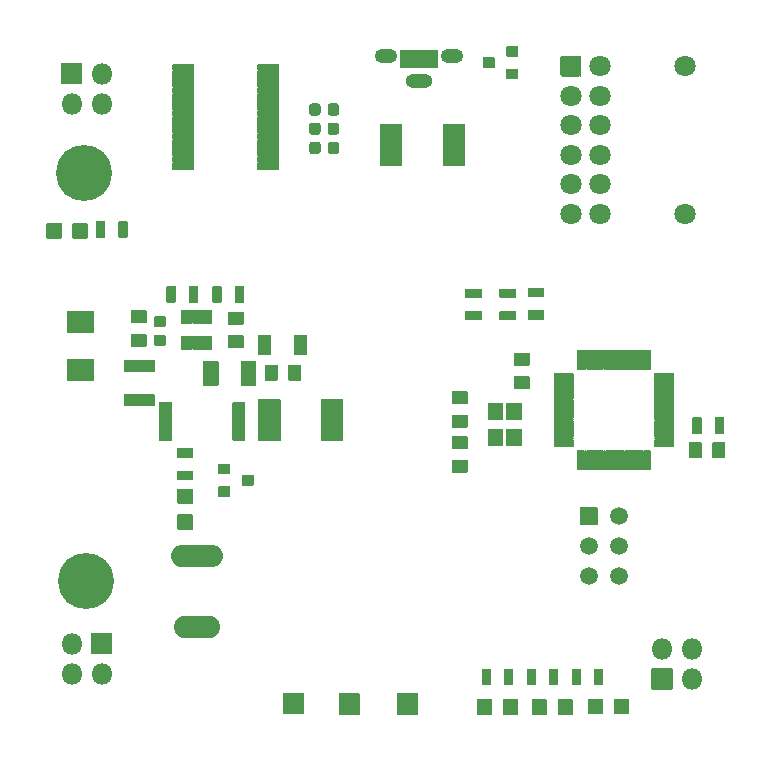
<source format=gts>
G04 #@! TF.GenerationSoftware,KiCad,Pcbnew,5.1.7-a382d34a8~87~ubuntu20.04.1*
G04 #@! TF.CreationDate,2021-03-22T20:15:53-04:00*
G04 #@! TF.ProjectId,SystemHitLInterface,53797374-656d-4486-9974-4c496e746572,rev?*
G04 #@! TF.SameCoordinates,Original*
G04 #@! TF.FileFunction,Soldermask,Top*
G04 #@! TF.FilePolarity,Negative*
%FSLAX46Y46*%
G04 Gerber Fmt 4.6, Leading zero omitted, Abs format (unit mm)*
G04 Created by KiCad (PCBNEW 5.1.7-a382d34a8~87~ubuntu20.04.1) date 2021-03-22 20:15:53*
%MOMM*%
%LPD*%
G01*
G04 APERTURE LIST*
%ADD10C,4.750200*%
%ADD11C,1.502000*%
%ADD12O,1.802000X1.802000*%
%ADD13O,4.402000X1.902000*%
%ADD14O,3.902000X1.902000*%
%ADD15C,1.802000*%
%ADD16O,1.902000X1.202000*%
%ADD17O,2.302000X1.202000*%
%ADD18C,0.100000*%
G04 APERTURE END LIST*
D10*
X102616000Y-88442800D03*
X102819200Y-122936000D03*
G36*
G01*
X140269199Y-100066200D02*
X141569201Y-100066200D01*
G75*
G02*
X141620200Y-100117199I0J-50999D01*
G01*
X141620200Y-100817201D01*
G75*
G02*
X141569201Y-100868200I-50999J0D01*
G01*
X140269199Y-100868200D01*
G75*
G02*
X140218200Y-100817201I0J50999D01*
G01*
X140218200Y-100117199D01*
G75*
G02*
X140269199Y-100066200I50999J0D01*
G01*
G37*
G36*
G01*
X140269199Y-98166200D02*
X141569201Y-98166200D01*
G75*
G02*
X141620200Y-98217199I0J-50999D01*
G01*
X141620200Y-98917201D01*
G75*
G02*
X141569201Y-98968200I-50999J0D01*
G01*
X140269199Y-98968200D01*
G75*
G02*
X140218200Y-98917201I0J50999D01*
G01*
X140218200Y-98217199D01*
G75*
G02*
X140269199Y-98166200I50999J0D01*
G01*
G37*
G36*
G01*
X154163000Y-110479601D02*
X154163000Y-109179599D01*
G75*
G02*
X154213999Y-109128600I50999J0D01*
G01*
X154914001Y-109128600D01*
G75*
G02*
X154965000Y-109179599I0J-50999D01*
G01*
X154965000Y-110479601D01*
G75*
G02*
X154914001Y-110530600I-50999J0D01*
G01*
X154213999Y-110530600D01*
G75*
G02*
X154163000Y-110479601I0J50999D01*
G01*
G37*
G36*
G01*
X156063000Y-110479601D02*
X156063000Y-109179599D01*
G75*
G02*
X156113999Y-109128600I50999J0D01*
G01*
X156814001Y-109128600D01*
G75*
G02*
X156865000Y-109179599I0J-50999D01*
G01*
X156865000Y-110479601D01*
G75*
G02*
X156814001Y-110530600I-50999J0D01*
G01*
X156113999Y-110530600D01*
G75*
G02*
X156063000Y-110479601I0J50999D01*
G01*
G37*
G36*
G01*
X106354600Y-92567999D02*
X106354600Y-93868001D01*
G75*
G02*
X106303601Y-93919000I-50999J0D01*
G01*
X105603599Y-93919000D01*
G75*
G02*
X105552600Y-93868001I0J50999D01*
G01*
X105552600Y-92567999D01*
G75*
G02*
X105603599Y-92517000I50999J0D01*
G01*
X106303601Y-92517000D01*
G75*
G02*
X106354600Y-92567999I0J-50999D01*
G01*
G37*
G36*
G01*
X104454600Y-92567999D02*
X104454600Y-93868001D01*
G75*
G02*
X104403601Y-93919000I-50999J0D01*
G01*
X103703599Y-93919000D01*
G75*
G02*
X103652600Y-93868001I0J50999D01*
G01*
X103652600Y-92567999D01*
G75*
G02*
X103703599Y-92517000I50999J0D01*
G01*
X104403601Y-92517000D01*
G75*
G02*
X104454600Y-92567999I0J-50999D01*
G01*
G37*
G36*
G01*
X115947700Y-106412541D02*
X115947700Y-104412539D01*
G75*
G02*
X115998699Y-104361540I50999J0D01*
G01*
X117198701Y-104361540D01*
G75*
G02*
X117249700Y-104412539I0J-50999D01*
G01*
X117249700Y-106412541D01*
G75*
G02*
X117198701Y-106463540I-50999J0D01*
G01*
X115998699Y-106463540D01*
G75*
G02*
X115947700Y-106412541I0J50999D01*
G01*
G37*
G36*
G01*
X112747700Y-106412541D02*
X112747700Y-104412539D01*
G75*
G02*
X112798699Y-104361540I50999J0D01*
G01*
X113998701Y-104361540D01*
G75*
G02*
X114049700Y-104412539I0J-50999D01*
G01*
X114049700Y-106412541D01*
G75*
G02*
X113998701Y-106463540I-50999J0D01*
G01*
X112798699Y-106463540D01*
G75*
G02*
X112747700Y-106412541I0J50999D01*
G01*
G37*
G36*
G01*
X117410300Y-111097000D02*
X117410300Y-107597000D01*
G75*
G02*
X117461300Y-107546000I51000J0D01*
G01*
X119241300Y-107546000D01*
G75*
G02*
X119292300Y-107597000I0J-51000D01*
G01*
X119292300Y-111097000D01*
G75*
G02*
X119241300Y-111148000I-51000J0D01*
G01*
X117461300Y-111148000D01*
G75*
G02*
X117410300Y-111097000I0J51000D01*
G01*
G37*
G36*
G01*
X122690300Y-111097000D02*
X122690300Y-107597000D01*
G75*
G02*
X122741300Y-107546000I51000J0D01*
G01*
X124521300Y-107546000D01*
G75*
G02*
X124572300Y-107597000I0J-51000D01*
G01*
X124572300Y-111097000D01*
G75*
G02*
X124521300Y-111148000I-51000J0D01*
G01*
X122741300Y-111148000D01*
G75*
G02*
X122690300Y-111097000I0J51000D01*
G01*
G37*
G36*
G01*
X114868800Y-102176000D02*
X116118800Y-102176000D01*
G75*
G02*
X116169800Y-102227000I0J-51000D01*
G01*
X116169800Y-103227000D01*
G75*
G02*
X116118800Y-103278000I-51000J0D01*
G01*
X114868800Y-103278000D01*
G75*
G02*
X114817800Y-103227000I0J51000D01*
G01*
X114817800Y-102227000D01*
G75*
G02*
X114868800Y-102176000I51000J0D01*
G01*
G37*
G36*
G01*
X114868800Y-100176000D02*
X116118800Y-100176000D01*
G75*
G02*
X116169800Y-100227000I0J-51000D01*
G01*
X116169800Y-101227000D01*
G75*
G02*
X116118800Y-101278000I-51000J0D01*
G01*
X114868800Y-101278000D01*
G75*
G02*
X114817800Y-101227000I0J51000D01*
G01*
X114817800Y-100227000D01*
G75*
G02*
X114868800Y-100176000I51000J0D01*
G01*
G37*
G36*
G01*
X116217420Y-98074719D02*
X116217420Y-99374721D01*
G75*
G02*
X116166421Y-99425720I-50999J0D01*
G01*
X115466419Y-99425720D01*
G75*
G02*
X115415420Y-99374721I0J50999D01*
G01*
X115415420Y-98074719D01*
G75*
G02*
X115466419Y-98023720I50999J0D01*
G01*
X116166421Y-98023720D01*
G75*
G02*
X116217420Y-98074719I0J-50999D01*
G01*
G37*
G36*
G01*
X114317420Y-98074719D02*
X114317420Y-99374721D01*
G75*
G02*
X114266421Y-99425720I-50999J0D01*
G01*
X113566419Y-99425720D01*
G75*
G02*
X113515420Y-99374721I0J50999D01*
G01*
X113515420Y-98074719D01*
G75*
G02*
X113566419Y-98023720I50999J0D01*
G01*
X114266421Y-98023720D01*
G75*
G02*
X114317420Y-98074719I0J-50999D01*
G01*
G37*
G36*
G01*
X110431220Y-98059479D02*
X110431220Y-99359481D01*
G75*
G02*
X110380221Y-99410480I-50999J0D01*
G01*
X109680219Y-99410480D01*
G75*
G02*
X109629220Y-99359481I0J50999D01*
G01*
X109629220Y-98059479D01*
G75*
G02*
X109680219Y-98008480I50999J0D01*
G01*
X110380221Y-98008480D01*
G75*
G02*
X110431220Y-98059479I0J-50999D01*
G01*
G37*
G36*
G01*
X112331220Y-98059479D02*
X112331220Y-99359481D01*
G75*
G02*
X112280221Y-99410480I-50999J0D01*
G01*
X111580219Y-99410480D01*
G75*
G02*
X111529220Y-99359481I0J50999D01*
G01*
X111529220Y-98059479D01*
G75*
G02*
X111580219Y-98008480I50999J0D01*
G01*
X112280221Y-98008480D01*
G75*
G02*
X112331220Y-98059479I0J-50999D01*
G01*
G37*
G36*
G01*
X110571999Y-111745000D02*
X111872001Y-111745000D01*
G75*
G02*
X111923000Y-111795999I0J-50999D01*
G01*
X111923000Y-112496001D01*
G75*
G02*
X111872001Y-112547000I-50999J0D01*
G01*
X110571999Y-112547000D01*
G75*
G02*
X110521000Y-112496001I0J50999D01*
G01*
X110521000Y-111795999D01*
G75*
G02*
X110571999Y-111745000I50999J0D01*
G01*
G37*
G36*
G01*
X110571999Y-113645000D02*
X111872001Y-113645000D01*
G75*
G02*
X111923000Y-113695999I0J-50999D01*
G01*
X111923000Y-114396001D01*
G75*
G02*
X111872001Y-114447000I-50999J0D01*
G01*
X110571999Y-114447000D01*
G75*
G02*
X110521000Y-114396001I0J50999D01*
G01*
X110521000Y-113695999D01*
G75*
G02*
X110571999Y-113645000I50999J0D01*
G01*
G37*
G36*
G01*
X112824599Y-100030800D02*
X113474601Y-100030800D01*
G75*
G02*
X113525600Y-100081799I0J-50999D01*
G01*
X113525600Y-101141801D01*
G75*
G02*
X113474601Y-101192800I-50999J0D01*
G01*
X112824599Y-101192800D01*
G75*
G02*
X112773600Y-101141801I0J50999D01*
G01*
X112773600Y-100081799D01*
G75*
G02*
X112824599Y-100030800I50999J0D01*
G01*
G37*
G36*
G01*
X111874599Y-100030800D02*
X112524601Y-100030800D01*
G75*
G02*
X112575600Y-100081799I0J-50999D01*
G01*
X112575600Y-101141801D01*
G75*
G02*
X112524601Y-101192800I-50999J0D01*
G01*
X111874599Y-101192800D01*
G75*
G02*
X111823600Y-101141801I0J50999D01*
G01*
X111823600Y-100081799D01*
G75*
G02*
X111874599Y-100030800I50999J0D01*
G01*
G37*
G36*
G01*
X110924599Y-100030800D02*
X111574601Y-100030800D01*
G75*
G02*
X111625600Y-100081799I0J-50999D01*
G01*
X111625600Y-101141801D01*
G75*
G02*
X111574601Y-101192800I-50999J0D01*
G01*
X110924599Y-101192800D01*
G75*
G02*
X110873600Y-101141801I0J50999D01*
G01*
X110873600Y-100081799D01*
G75*
G02*
X110924599Y-100030800I50999J0D01*
G01*
G37*
G36*
G01*
X110924599Y-102230800D02*
X111574601Y-102230800D01*
G75*
G02*
X111625600Y-102281799I0J-50999D01*
G01*
X111625600Y-103341801D01*
G75*
G02*
X111574601Y-103392800I-50999J0D01*
G01*
X110924599Y-103392800D01*
G75*
G02*
X110873600Y-103341801I0J50999D01*
G01*
X110873600Y-102281799D01*
G75*
G02*
X110924599Y-102230800I50999J0D01*
G01*
G37*
G36*
G01*
X112824599Y-102230800D02*
X113474601Y-102230800D01*
G75*
G02*
X113525600Y-102281799I0J-50999D01*
G01*
X113525600Y-103341801D01*
G75*
G02*
X113474601Y-103392800I-50999J0D01*
G01*
X112824599Y-103392800D01*
G75*
G02*
X112773600Y-103341801I0J50999D01*
G01*
X112773600Y-102281799D01*
G75*
G02*
X112824599Y-102230800I50999J0D01*
G01*
G37*
G36*
G01*
X111874599Y-102230800D02*
X112524601Y-102230800D01*
G75*
G02*
X112575600Y-102281799I0J-50999D01*
G01*
X112575600Y-103341801D01*
G75*
G02*
X112524601Y-103392800I-50999J0D01*
G01*
X111874599Y-103392800D01*
G75*
G02*
X111823600Y-103341801I0J50999D01*
G01*
X111823600Y-102281799D01*
G75*
G02*
X111874599Y-102230800I50999J0D01*
G01*
G37*
G36*
G01*
X117419300Y-103797000D02*
X117419300Y-102197000D01*
G75*
G02*
X117470300Y-102146000I51000J0D01*
G01*
X118470300Y-102146000D01*
G75*
G02*
X118521300Y-102197000I0J-51000D01*
G01*
X118521300Y-103797000D01*
G75*
G02*
X118470300Y-103848000I-51000J0D01*
G01*
X117470300Y-103848000D01*
G75*
G02*
X117419300Y-103797000I0J51000D01*
G01*
G37*
G36*
G01*
X120419300Y-103797000D02*
X120419300Y-102197000D01*
G75*
G02*
X120470300Y-102146000I51000J0D01*
G01*
X121470300Y-102146000D01*
G75*
G02*
X121521300Y-102197000I0J-51000D01*
G01*
X121521300Y-103797000D01*
G75*
G02*
X121470300Y-103848000I-51000J0D01*
G01*
X120470300Y-103848000D01*
G75*
G02*
X120419300Y-103797000I0J51000D01*
G01*
G37*
G36*
G01*
X117943300Y-105971500D02*
X117943300Y-104721500D01*
G75*
G02*
X117994300Y-104670500I51000J0D01*
G01*
X118994300Y-104670500D01*
G75*
G02*
X119045300Y-104721500I0J-51000D01*
G01*
X119045300Y-105971500D01*
G75*
G02*
X118994300Y-106022500I-51000J0D01*
G01*
X117994300Y-106022500D01*
G75*
G02*
X117943300Y-105971500I0J51000D01*
G01*
G37*
G36*
G01*
X119943300Y-105971500D02*
X119943300Y-104721500D01*
G75*
G02*
X119994300Y-104670500I51000J0D01*
G01*
X120994300Y-104670500D01*
G75*
G02*
X121045300Y-104721500I0J-51000D01*
G01*
X121045300Y-105971500D01*
G75*
G02*
X120994300Y-106022500I-51000J0D01*
G01*
X119994300Y-106022500D01*
G75*
G02*
X119943300Y-105971500I0J51000D01*
G01*
G37*
G36*
G01*
X110621999Y-115145000D02*
X111822001Y-115145000D01*
G75*
G02*
X111873000Y-115195999I0J-50999D01*
G01*
X111873000Y-116396001D01*
G75*
G02*
X111822001Y-116447000I-50999J0D01*
G01*
X110621999Y-116447000D01*
G75*
G02*
X110571000Y-116396001I0J50999D01*
G01*
X110571000Y-115195999D01*
G75*
G02*
X110621999Y-115145000I50999J0D01*
G01*
G37*
G36*
G01*
X110621999Y-117345000D02*
X111822001Y-117345000D01*
G75*
G02*
X111873000Y-117395999I0J-50999D01*
G01*
X111873000Y-118596001D01*
G75*
G02*
X111822001Y-118647000I-50999J0D01*
G01*
X110621999Y-118647000D01*
G75*
G02*
X110571000Y-118596001I0J50999D01*
G01*
X110571000Y-117395999D01*
G75*
G02*
X110621999Y-117345000I50999J0D01*
G01*
G37*
G36*
G01*
X102976600Y-92731999D02*
X102976600Y-93932001D01*
G75*
G02*
X102925601Y-93983000I-50999J0D01*
G01*
X101725599Y-93983000D01*
G75*
G02*
X101674600Y-93932001I0J50999D01*
G01*
X101674600Y-92731999D01*
G75*
G02*
X101725599Y-92681000I50999J0D01*
G01*
X102925601Y-92681000D01*
G75*
G02*
X102976600Y-92731999I0J-50999D01*
G01*
G37*
G36*
G01*
X100776600Y-92731999D02*
X100776600Y-93932001D01*
G75*
G02*
X100725601Y-93983000I-50999J0D01*
G01*
X99525599Y-93983000D01*
G75*
G02*
X99474600Y-93932001I0J50999D01*
G01*
X99474600Y-92731999D01*
G75*
G02*
X99525599Y-92681000I50999J0D01*
G01*
X100725601Y-92681000D01*
G75*
G02*
X100776600Y-92731999I0J-50999D01*
G01*
G37*
G36*
G01*
X107899360Y-101167000D02*
X106649360Y-101167000D01*
G75*
G02*
X106598360Y-101116000I0J51000D01*
G01*
X106598360Y-100116000D01*
G75*
G02*
X106649360Y-100065000I51000J0D01*
G01*
X107899360Y-100065000D01*
G75*
G02*
X107950360Y-100116000I0J-51000D01*
G01*
X107950360Y-101116000D01*
G75*
G02*
X107899360Y-101167000I-51000J0D01*
G01*
G37*
G36*
G01*
X107899360Y-103167000D02*
X106649360Y-103167000D01*
G75*
G02*
X106598360Y-103116000I0J51000D01*
G01*
X106598360Y-102116000D01*
G75*
G02*
X106649360Y-102065000I51000J0D01*
G01*
X107899360Y-102065000D01*
G75*
G02*
X107950360Y-102116000I0J-51000D01*
G01*
X107950360Y-103116000D01*
G75*
G02*
X107899360Y-103167000I-51000J0D01*
G01*
G37*
G36*
G01*
X109362050Y-103082500D02*
X108798550Y-103082500D01*
G75*
G02*
X108554300Y-102838250I0J244250D01*
G01*
X108554300Y-102349750D01*
G75*
G02*
X108798550Y-102105500I244250J0D01*
G01*
X109362050Y-102105500D01*
G75*
G02*
X109606300Y-102349750I0J-244250D01*
G01*
X109606300Y-102838250D01*
G75*
G02*
X109362050Y-103082500I-244250J0D01*
G01*
G37*
G36*
G01*
X109362050Y-101507500D02*
X108798550Y-101507500D01*
G75*
G02*
X108554300Y-101263250I0J244250D01*
G01*
X108554300Y-100774750D01*
G75*
G02*
X108798550Y-100530500I244250J0D01*
G01*
X109362050Y-100530500D01*
G75*
G02*
X109606300Y-100774750I0J-244250D01*
G01*
X109606300Y-101263250D01*
G75*
G02*
X109362050Y-101507500I-244250J0D01*
G01*
G37*
G36*
G01*
X140325000Y-106757800D02*
X139075000Y-106757800D01*
G75*
G02*
X139024000Y-106706800I0J51000D01*
G01*
X139024000Y-105706800D01*
G75*
G02*
X139075000Y-105655800I51000J0D01*
G01*
X140325000Y-105655800D01*
G75*
G02*
X140376000Y-105706800I0J-51000D01*
G01*
X140376000Y-106706800D01*
G75*
G02*
X140325000Y-106757800I-51000J0D01*
G01*
G37*
G36*
G01*
X140325000Y-104757800D02*
X139075000Y-104757800D01*
G75*
G02*
X139024000Y-104706800I0J51000D01*
G01*
X139024000Y-103706800D01*
G75*
G02*
X139075000Y-103655800I51000J0D01*
G01*
X140325000Y-103655800D01*
G75*
G02*
X140376000Y-103706800I0J-51000D01*
G01*
X140376000Y-104706800D01*
G75*
G02*
X140325000Y-104757800I-51000J0D01*
G01*
G37*
G36*
G01*
X154948200Y-111287400D02*
X154948200Y-112537400D01*
G75*
G02*
X154897200Y-112588400I-51000J0D01*
G01*
X153897200Y-112588400D01*
G75*
G02*
X153846200Y-112537400I0J51000D01*
G01*
X153846200Y-111287400D01*
G75*
G02*
X153897200Y-111236400I51000J0D01*
G01*
X154897200Y-111236400D01*
G75*
G02*
X154948200Y-111287400I0J-51000D01*
G01*
G37*
G36*
G01*
X156948200Y-111287400D02*
X156948200Y-112537400D01*
G75*
G02*
X156897200Y-112588400I-51000J0D01*
G01*
X155897200Y-112588400D01*
G75*
G02*
X155846200Y-112537400I0J51000D01*
G01*
X155846200Y-111287400D01*
G75*
G02*
X155897200Y-111236400I51000J0D01*
G01*
X156897200Y-111236400D01*
G75*
G02*
X156948200Y-111287400I0J-51000D01*
G01*
G37*
G36*
G01*
X135092600Y-111819000D02*
X133842600Y-111819000D01*
G75*
G02*
X133791600Y-111768000I0J51000D01*
G01*
X133791600Y-110768000D01*
G75*
G02*
X133842600Y-110717000I51000J0D01*
G01*
X135092600Y-110717000D01*
G75*
G02*
X135143600Y-110768000I0J-51000D01*
G01*
X135143600Y-111768000D01*
G75*
G02*
X135092600Y-111819000I-51000J0D01*
G01*
G37*
G36*
G01*
X135092600Y-113819000D02*
X133842600Y-113819000D01*
G75*
G02*
X133791600Y-113768000I0J51000D01*
G01*
X133791600Y-112768000D01*
G75*
G02*
X133842600Y-112717000I51000J0D01*
G01*
X135092600Y-112717000D01*
G75*
G02*
X135143600Y-112768000I0J-51000D01*
G01*
X135143600Y-113768000D01*
G75*
G02*
X135092600Y-113819000I-51000J0D01*
G01*
G37*
G36*
G01*
X135092600Y-110009000D02*
X133842600Y-110009000D01*
G75*
G02*
X133791600Y-109958000I0J51000D01*
G01*
X133791600Y-108958000D01*
G75*
G02*
X133842600Y-108907000I51000J0D01*
G01*
X135092600Y-108907000D01*
G75*
G02*
X135143600Y-108958000I0J-51000D01*
G01*
X135143600Y-109958000D01*
G75*
G02*
X135092600Y-110009000I-51000J0D01*
G01*
G37*
G36*
G01*
X135092600Y-108009000D02*
X133842600Y-108009000D01*
G75*
G02*
X133791600Y-107958000I0J51000D01*
G01*
X133791600Y-106958000D01*
G75*
G02*
X133842600Y-106907000I51000J0D01*
G01*
X135092600Y-106907000D01*
G75*
G02*
X135143600Y-106958000I0J-51000D01*
G01*
X135143600Y-107958000D01*
G75*
G02*
X135092600Y-108009000I-51000J0D01*
G01*
G37*
G36*
G01*
X122687800Y-82776250D02*
X122687800Y-83339750D01*
G75*
G02*
X122443550Y-83584000I-244250J0D01*
G01*
X121955050Y-83584000D01*
G75*
G02*
X121710800Y-83339750I0J244250D01*
G01*
X121710800Y-82776250D01*
G75*
G02*
X121955050Y-82532000I244250J0D01*
G01*
X122443550Y-82532000D01*
G75*
G02*
X122687800Y-82776250I0J-244250D01*
G01*
G37*
G36*
G01*
X124262800Y-82776250D02*
X124262800Y-83339750D01*
G75*
G02*
X124018550Y-83584000I-244250J0D01*
G01*
X123530050Y-83584000D01*
G75*
G02*
X123285800Y-83339750I0J244250D01*
G01*
X123285800Y-82776250D01*
G75*
G02*
X123530050Y-82532000I244250J0D01*
G01*
X124018550Y-82532000D01*
G75*
G02*
X124262800Y-82776250I0J-244250D01*
G01*
G37*
G36*
G01*
X124262800Y-84401850D02*
X124262800Y-84965350D01*
G75*
G02*
X124018550Y-85209600I-244250J0D01*
G01*
X123530050Y-85209600D01*
G75*
G02*
X123285800Y-84965350I0J244250D01*
G01*
X123285800Y-84401850D01*
G75*
G02*
X123530050Y-84157600I244250J0D01*
G01*
X124018550Y-84157600D01*
G75*
G02*
X124262800Y-84401850I0J-244250D01*
G01*
G37*
G36*
G01*
X122687800Y-84401850D02*
X122687800Y-84965350D01*
G75*
G02*
X122443550Y-85209600I-244250J0D01*
G01*
X121955050Y-85209600D01*
G75*
G02*
X121710800Y-84965350I0J244250D01*
G01*
X121710800Y-84401850D01*
G75*
G02*
X121955050Y-84157600I244250J0D01*
G01*
X122443550Y-84157600D01*
G75*
G02*
X122687800Y-84401850I0J-244250D01*
G01*
G37*
G36*
G01*
X121710800Y-86590950D02*
X121710800Y-86027450D01*
G75*
G02*
X121955050Y-85783200I244250J0D01*
G01*
X122443550Y-85783200D01*
G75*
G02*
X122687800Y-86027450I0J-244250D01*
G01*
X122687800Y-86590950D01*
G75*
G02*
X122443550Y-86835200I-244250J0D01*
G01*
X121955050Y-86835200D01*
G75*
G02*
X121710800Y-86590950I0J244250D01*
G01*
G37*
G36*
G01*
X123285800Y-86590950D02*
X123285800Y-86027450D01*
G75*
G02*
X123530050Y-85783200I244250J0D01*
G01*
X124018550Y-85783200D01*
G75*
G02*
X124262800Y-86027450I0J-244250D01*
G01*
X124262800Y-86590950D01*
G75*
G02*
X124018550Y-86835200I-244250J0D01*
G01*
X123530050Y-86835200D01*
G75*
G02*
X123285800Y-86590950I0J244250D01*
G01*
G37*
G36*
G01*
X137423000Y-78695600D02*
X137423000Y-79495600D01*
G75*
G02*
X137372000Y-79546600I-51000J0D01*
G01*
X136472000Y-79546600D01*
G75*
G02*
X136421000Y-79495600I0J51000D01*
G01*
X136421000Y-78695600D01*
G75*
G02*
X136472000Y-78644600I51000J0D01*
G01*
X137372000Y-78644600D01*
G75*
G02*
X137423000Y-78695600I0J-51000D01*
G01*
G37*
G36*
G01*
X139423000Y-77745600D02*
X139423000Y-78545600D01*
G75*
G02*
X139372000Y-78596600I-51000J0D01*
G01*
X138472000Y-78596600D01*
G75*
G02*
X138421000Y-78545600I0J51000D01*
G01*
X138421000Y-77745600D01*
G75*
G02*
X138472000Y-77694600I51000J0D01*
G01*
X139372000Y-77694600D01*
G75*
G02*
X139423000Y-77745600I0J-51000D01*
G01*
G37*
G36*
G01*
X139423000Y-79645600D02*
X139423000Y-80445600D01*
G75*
G02*
X139372000Y-80496600I-51000J0D01*
G01*
X138472000Y-80496600D01*
G75*
G02*
X138421000Y-80445600I0J51000D01*
G01*
X138421000Y-79645600D01*
G75*
G02*
X138472000Y-79594600I51000J0D01*
G01*
X139372000Y-79594600D01*
G75*
G02*
X139423000Y-79645600I0J-51000D01*
G01*
G37*
G36*
G01*
X139419000Y-133054799D02*
X139419000Y-134254801D01*
G75*
G02*
X139368001Y-134305800I-50999J0D01*
G01*
X138167999Y-134305800D01*
G75*
G02*
X138117000Y-134254801I0J50999D01*
G01*
X138117000Y-133054799D01*
G75*
G02*
X138167999Y-133003800I50999J0D01*
G01*
X139368001Y-133003800D01*
G75*
G02*
X139419000Y-133054799I0J-50999D01*
G01*
G37*
G36*
G01*
X137219000Y-133054799D02*
X137219000Y-134254801D01*
G75*
G02*
X137168001Y-134305800I-50999J0D01*
G01*
X135967999Y-134305800D01*
G75*
G02*
X135917000Y-134254801I0J50999D01*
G01*
X135917000Y-133054799D01*
G75*
G02*
X135967999Y-133003800I50999J0D01*
G01*
X137168001Y-133003800D01*
G75*
G02*
X137219000Y-133054799I0J-50999D01*
G01*
G37*
G36*
G01*
X144059400Y-133054799D02*
X144059400Y-134254801D01*
G75*
G02*
X144008401Y-134305800I-50999J0D01*
G01*
X142808399Y-134305800D01*
G75*
G02*
X142757400Y-134254801I0J50999D01*
G01*
X142757400Y-133054799D01*
G75*
G02*
X142808399Y-133003800I50999J0D01*
G01*
X144008401Y-133003800D01*
G75*
G02*
X144059400Y-133054799I0J-50999D01*
G01*
G37*
G36*
G01*
X141859400Y-133054799D02*
X141859400Y-134254801D01*
G75*
G02*
X141808401Y-134305800I-50999J0D01*
G01*
X140608399Y-134305800D01*
G75*
G02*
X140557400Y-134254801I0J50999D01*
G01*
X140557400Y-133054799D01*
G75*
G02*
X140608399Y-133003800I50999J0D01*
G01*
X141808401Y-133003800D01*
G75*
G02*
X141859400Y-133054799I0J-50999D01*
G01*
G37*
G36*
G01*
X146634600Y-133003999D02*
X146634600Y-134204001D01*
G75*
G02*
X146583601Y-134255000I-50999J0D01*
G01*
X145383599Y-134255000D01*
G75*
G02*
X145332600Y-134204001I0J50999D01*
G01*
X145332600Y-133003999D01*
G75*
G02*
X145383599Y-132953000I50999J0D01*
G01*
X146583601Y-132953000D01*
G75*
G02*
X146634600Y-133003999I0J-50999D01*
G01*
G37*
G36*
G01*
X148834600Y-133003999D02*
X148834600Y-134204001D01*
G75*
G02*
X148783601Y-134255000I-50999J0D01*
G01*
X147583599Y-134255000D01*
G75*
G02*
X147532600Y-134204001I0J50999D01*
G01*
X147532600Y-133003999D01*
G75*
G02*
X147583599Y-132953000I50999J0D01*
G01*
X148783601Y-132953000D01*
G75*
G02*
X148834600Y-133003999I0J-50999D01*
G01*
G37*
G36*
G01*
X133015400Y-87805200D02*
X133015400Y-84305200D01*
G75*
G02*
X133066400Y-84254200I51000J0D01*
G01*
X134846400Y-84254200D01*
G75*
G02*
X134897400Y-84305200I0J-51000D01*
G01*
X134897400Y-87805200D01*
G75*
G02*
X134846400Y-87856200I-51000J0D01*
G01*
X133066400Y-87856200D01*
G75*
G02*
X133015400Y-87805200I0J51000D01*
G01*
G37*
G36*
G01*
X127735400Y-87805200D02*
X127735400Y-84305200D01*
G75*
G02*
X127786400Y-84254200I51000J0D01*
G01*
X129566400Y-84254200D01*
G75*
G02*
X129617400Y-84305200I0J-51000D01*
G01*
X129617400Y-87805200D01*
G75*
G02*
X129566400Y-87856200I-51000J0D01*
G01*
X127786400Y-87856200D01*
G75*
G02*
X127735400Y-87805200I0J51000D01*
G01*
G37*
G36*
G01*
X144638600Y-118200400D02*
X144638600Y-116800400D01*
G75*
G02*
X144689600Y-116749400I51000J0D01*
G01*
X146089600Y-116749400D01*
G75*
G02*
X146140600Y-116800400I0J-51000D01*
G01*
X146140600Y-118200400D01*
G75*
G02*
X146089600Y-118251400I-51000J0D01*
G01*
X144689600Y-118251400D01*
G75*
G02*
X144638600Y-118200400I0J51000D01*
G01*
G37*
D11*
X147929600Y-117500400D03*
X145389600Y-120040400D03*
X147929600Y-120040400D03*
X145389600Y-122580400D03*
X147929600Y-122580400D03*
G36*
G01*
X103239000Y-129120000D02*
X103239000Y-127420000D01*
G75*
G02*
X103290000Y-127369000I51000J0D01*
G01*
X104990000Y-127369000D01*
G75*
G02*
X105041000Y-127420000I0J-51000D01*
G01*
X105041000Y-129120000D01*
G75*
G02*
X104990000Y-129171000I-51000J0D01*
G01*
X103290000Y-129171000D01*
G75*
G02*
X103239000Y-129120000I0J51000D01*
G01*
G37*
D12*
X101600000Y-128270000D03*
X104140000Y-130810000D03*
X101600000Y-130810000D03*
X154127200Y-128727200D03*
X151587200Y-128727200D03*
X154127200Y-131267200D03*
G36*
G01*
X152488200Y-130417200D02*
X152488200Y-132117200D01*
G75*
G02*
X152437200Y-132168200I-51000J0D01*
G01*
X150737200Y-132168200D01*
G75*
G02*
X150686200Y-132117200I0J51000D01*
G01*
X150686200Y-130417200D01*
G75*
G02*
X150737200Y-130366200I51000J0D01*
G01*
X152437200Y-130366200D01*
G75*
G02*
X152488200Y-130417200I0J-51000D01*
G01*
G37*
D13*
X112217200Y-120853200D03*
D14*
X112217200Y-126853200D03*
G36*
G01*
X102450000Y-80911000D02*
X100750000Y-80911000D01*
G75*
G02*
X100699000Y-80860000I0J51000D01*
G01*
X100699000Y-79160000D01*
G75*
G02*
X100750000Y-79109000I51000J0D01*
G01*
X102450000Y-79109000D01*
G75*
G02*
X102501000Y-79160000I0J-51000D01*
G01*
X102501000Y-80860000D01*
G75*
G02*
X102450000Y-80911000I-51000J0D01*
G01*
G37*
D12*
X101600000Y-82550000D03*
X104140000Y-80010000D03*
X104140000Y-82550000D03*
G36*
G01*
X136317000Y-131764801D02*
X136317000Y-130464799D01*
G75*
G02*
X136367999Y-130413800I50999J0D01*
G01*
X137068001Y-130413800D01*
G75*
G02*
X137119000Y-130464799I0J-50999D01*
G01*
X137119000Y-131764801D01*
G75*
G02*
X137068001Y-131815800I-50999J0D01*
G01*
X136367999Y-131815800D01*
G75*
G02*
X136317000Y-131764801I0J50999D01*
G01*
G37*
G36*
G01*
X138217000Y-131764801D02*
X138217000Y-130464799D01*
G75*
G02*
X138267999Y-130413800I50999J0D01*
G01*
X138968001Y-130413800D01*
G75*
G02*
X139019000Y-130464799I0J-50999D01*
G01*
X139019000Y-131764801D01*
G75*
G02*
X138968001Y-131815800I-50999J0D01*
G01*
X138267999Y-131815800D01*
G75*
G02*
X138217000Y-131764801I0J50999D01*
G01*
G37*
G36*
G01*
X142027000Y-131764801D02*
X142027000Y-130464799D01*
G75*
G02*
X142077999Y-130413800I50999J0D01*
G01*
X142778001Y-130413800D01*
G75*
G02*
X142829000Y-130464799I0J-50999D01*
G01*
X142829000Y-131764801D01*
G75*
G02*
X142778001Y-131815800I-50999J0D01*
G01*
X142077999Y-131815800D01*
G75*
G02*
X142027000Y-131764801I0J50999D01*
G01*
G37*
G36*
G01*
X140127000Y-131764801D02*
X140127000Y-130464799D01*
G75*
G02*
X140177999Y-130413800I50999J0D01*
G01*
X140878001Y-130413800D01*
G75*
G02*
X140929000Y-130464799I0J-50999D01*
G01*
X140929000Y-131764801D01*
G75*
G02*
X140878001Y-131815800I-50999J0D01*
G01*
X140177999Y-131815800D01*
G75*
G02*
X140127000Y-131764801I0J50999D01*
G01*
G37*
G36*
G01*
X145837000Y-131764801D02*
X145837000Y-130464799D01*
G75*
G02*
X145887999Y-130413800I50999J0D01*
G01*
X146588001Y-130413800D01*
G75*
G02*
X146639000Y-130464799I0J-50999D01*
G01*
X146639000Y-131764801D01*
G75*
G02*
X146588001Y-131815800I-50999J0D01*
G01*
X145887999Y-131815800D01*
G75*
G02*
X145837000Y-131764801I0J50999D01*
G01*
G37*
G36*
G01*
X143937000Y-131764801D02*
X143937000Y-130464799D01*
G75*
G02*
X143987999Y-130413800I50999J0D01*
G01*
X144688001Y-130413800D01*
G75*
G02*
X144739000Y-130464799I0J-50999D01*
G01*
X144739000Y-131764801D01*
G75*
G02*
X144688001Y-131815800I-50999J0D01*
G01*
X143987999Y-131815800D01*
G75*
G02*
X143937000Y-131764801I0J50999D01*
G01*
G37*
G36*
G01*
X139181601Y-100919000D02*
X137881599Y-100919000D01*
G75*
G02*
X137830600Y-100868001I0J50999D01*
G01*
X137830600Y-100167999D01*
G75*
G02*
X137881599Y-100117000I50999J0D01*
G01*
X139181601Y-100117000D01*
G75*
G02*
X139232600Y-100167999I0J-50999D01*
G01*
X139232600Y-100868001D01*
G75*
G02*
X139181601Y-100919000I-50999J0D01*
G01*
G37*
G36*
G01*
X139181601Y-99019000D02*
X137881599Y-99019000D01*
G75*
G02*
X137830600Y-98968001I0J50999D01*
G01*
X137830600Y-98267999D01*
G75*
G02*
X137881599Y-98217000I50999J0D01*
G01*
X139181601Y-98217000D01*
G75*
G02*
X139232600Y-98267999I0J-50999D01*
G01*
X139232600Y-98968001D01*
G75*
G02*
X139181601Y-99019000I-50999J0D01*
G01*
G37*
G36*
G01*
X136286001Y-99019000D02*
X134985999Y-99019000D01*
G75*
G02*
X134935000Y-98968001I0J50999D01*
G01*
X134935000Y-98267999D01*
G75*
G02*
X134985999Y-98217000I50999J0D01*
G01*
X136286001Y-98217000D01*
G75*
G02*
X136337000Y-98267999I0J-50999D01*
G01*
X136337000Y-98968001D01*
G75*
G02*
X136286001Y-99019000I-50999J0D01*
G01*
G37*
G36*
G01*
X136286001Y-100919000D02*
X134985999Y-100919000D01*
G75*
G02*
X134935000Y-100868001I0J50999D01*
G01*
X134935000Y-100167999D01*
G75*
G02*
X134985999Y-100117000I50999J0D01*
G01*
X136286001Y-100117000D01*
G75*
G02*
X136337000Y-100167999I0J-50999D01*
G01*
X136337000Y-100868001D01*
G75*
G02*
X136286001Y-100919000I-50999J0D01*
G01*
G37*
G36*
G01*
X142422200Y-105983800D02*
X142422200Y-105433800D01*
G75*
G02*
X142473200Y-105382800I51000J0D01*
G01*
X144073200Y-105382800D01*
G75*
G02*
X144124200Y-105433800I0J-51000D01*
G01*
X144124200Y-105983800D01*
G75*
G02*
X144073200Y-106034800I-51000J0D01*
G01*
X142473200Y-106034800D01*
G75*
G02*
X142422200Y-105983800I0J51000D01*
G01*
G37*
G36*
G01*
X142422200Y-106783800D02*
X142422200Y-106233800D01*
G75*
G02*
X142473200Y-106182800I51000J0D01*
G01*
X144073200Y-106182800D01*
G75*
G02*
X144124200Y-106233800I0J-51000D01*
G01*
X144124200Y-106783800D01*
G75*
G02*
X144073200Y-106834800I-51000J0D01*
G01*
X142473200Y-106834800D01*
G75*
G02*
X142422200Y-106783800I0J51000D01*
G01*
G37*
G36*
G01*
X142422200Y-107583800D02*
X142422200Y-107033800D01*
G75*
G02*
X142473200Y-106982800I51000J0D01*
G01*
X144073200Y-106982800D01*
G75*
G02*
X144124200Y-107033800I0J-51000D01*
G01*
X144124200Y-107583800D01*
G75*
G02*
X144073200Y-107634800I-51000J0D01*
G01*
X142473200Y-107634800D01*
G75*
G02*
X142422200Y-107583800I0J51000D01*
G01*
G37*
G36*
G01*
X142422200Y-108383800D02*
X142422200Y-107833800D01*
G75*
G02*
X142473200Y-107782800I51000J0D01*
G01*
X144073200Y-107782800D01*
G75*
G02*
X144124200Y-107833800I0J-51000D01*
G01*
X144124200Y-108383800D01*
G75*
G02*
X144073200Y-108434800I-51000J0D01*
G01*
X142473200Y-108434800D01*
G75*
G02*
X142422200Y-108383800I0J51000D01*
G01*
G37*
G36*
G01*
X142422200Y-109183800D02*
X142422200Y-108633800D01*
G75*
G02*
X142473200Y-108582800I51000J0D01*
G01*
X144073200Y-108582800D01*
G75*
G02*
X144124200Y-108633800I0J-51000D01*
G01*
X144124200Y-109183800D01*
G75*
G02*
X144073200Y-109234800I-51000J0D01*
G01*
X142473200Y-109234800D01*
G75*
G02*
X142422200Y-109183800I0J51000D01*
G01*
G37*
G36*
G01*
X142422200Y-109983800D02*
X142422200Y-109433800D01*
G75*
G02*
X142473200Y-109382800I51000J0D01*
G01*
X144073200Y-109382800D01*
G75*
G02*
X144124200Y-109433800I0J-51000D01*
G01*
X144124200Y-109983800D01*
G75*
G02*
X144073200Y-110034800I-51000J0D01*
G01*
X142473200Y-110034800D01*
G75*
G02*
X142422200Y-109983800I0J51000D01*
G01*
G37*
G36*
G01*
X142422200Y-110783800D02*
X142422200Y-110233800D01*
G75*
G02*
X142473200Y-110182800I51000J0D01*
G01*
X144073200Y-110182800D01*
G75*
G02*
X144124200Y-110233800I0J-51000D01*
G01*
X144124200Y-110783800D01*
G75*
G02*
X144073200Y-110834800I-51000J0D01*
G01*
X142473200Y-110834800D01*
G75*
G02*
X142422200Y-110783800I0J51000D01*
G01*
G37*
G36*
G01*
X142422200Y-111583800D02*
X142422200Y-111033800D01*
G75*
G02*
X142473200Y-110982800I51000J0D01*
G01*
X144073200Y-110982800D01*
G75*
G02*
X144124200Y-111033800I0J-51000D01*
G01*
X144124200Y-111583800D01*
G75*
G02*
X144073200Y-111634800I-51000J0D01*
G01*
X142473200Y-111634800D01*
G75*
G02*
X142422200Y-111583800I0J51000D01*
G01*
G37*
G36*
G01*
X144998200Y-113609800D02*
X144448200Y-113609800D01*
G75*
G02*
X144397200Y-113558800I0J51000D01*
G01*
X144397200Y-111958800D01*
G75*
G02*
X144448200Y-111907800I51000J0D01*
G01*
X144998200Y-111907800D01*
G75*
G02*
X145049200Y-111958800I0J-51000D01*
G01*
X145049200Y-113558800D01*
G75*
G02*
X144998200Y-113609800I-51000J0D01*
G01*
G37*
G36*
G01*
X145798200Y-113609800D02*
X145248200Y-113609800D01*
G75*
G02*
X145197200Y-113558800I0J51000D01*
G01*
X145197200Y-111958800D01*
G75*
G02*
X145248200Y-111907800I51000J0D01*
G01*
X145798200Y-111907800D01*
G75*
G02*
X145849200Y-111958800I0J-51000D01*
G01*
X145849200Y-113558800D01*
G75*
G02*
X145798200Y-113609800I-51000J0D01*
G01*
G37*
G36*
G01*
X146598200Y-113609800D02*
X146048200Y-113609800D01*
G75*
G02*
X145997200Y-113558800I0J51000D01*
G01*
X145997200Y-111958800D01*
G75*
G02*
X146048200Y-111907800I51000J0D01*
G01*
X146598200Y-111907800D01*
G75*
G02*
X146649200Y-111958800I0J-51000D01*
G01*
X146649200Y-113558800D01*
G75*
G02*
X146598200Y-113609800I-51000J0D01*
G01*
G37*
G36*
G01*
X147398200Y-113609800D02*
X146848200Y-113609800D01*
G75*
G02*
X146797200Y-113558800I0J51000D01*
G01*
X146797200Y-111958800D01*
G75*
G02*
X146848200Y-111907800I51000J0D01*
G01*
X147398200Y-111907800D01*
G75*
G02*
X147449200Y-111958800I0J-51000D01*
G01*
X147449200Y-113558800D01*
G75*
G02*
X147398200Y-113609800I-51000J0D01*
G01*
G37*
G36*
G01*
X148198200Y-113609800D02*
X147648200Y-113609800D01*
G75*
G02*
X147597200Y-113558800I0J51000D01*
G01*
X147597200Y-111958800D01*
G75*
G02*
X147648200Y-111907800I51000J0D01*
G01*
X148198200Y-111907800D01*
G75*
G02*
X148249200Y-111958800I0J-51000D01*
G01*
X148249200Y-113558800D01*
G75*
G02*
X148198200Y-113609800I-51000J0D01*
G01*
G37*
G36*
G01*
X148998200Y-113609800D02*
X148448200Y-113609800D01*
G75*
G02*
X148397200Y-113558800I0J51000D01*
G01*
X148397200Y-111958800D01*
G75*
G02*
X148448200Y-111907800I51000J0D01*
G01*
X148998200Y-111907800D01*
G75*
G02*
X149049200Y-111958800I0J-51000D01*
G01*
X149049200Y-113558800D01*
G75*
G02*
X148998200Y-113609800I-51000J0D01*
G01*
G37*
G36*
G01*
X149798200Y-113609800D02*
X149248200Y-113609800D01*
G75*
G02*
X149197200Y-113558800I0J51000D01*
G01*
X149197200Y-111958800D01*
G75*
G02*
X149248200Y-111907800I51000J0D01*
G01*
X149798200Y-111907800D01*
G75*
G02*
X149849200Y-111958800I0J-51000D01*
G01*
X149849200Y-113558800D01*
G75*
G02*
X149798200Y-113609800I-51000J0D01*
G01*
G37*
G36*
G01*
X150598200Y-113609800D02*
X150048200Y-113609800D01*
G75*
G02*
X149997200Y-113558800I0J51000D01*
G01*
X149997200Y-111958800D01*
G75*
G02*
X150048200Y-111907800I51000J0D01*
G01*
X150598200Y-111907800D01*
G75*
G02*
X150649200Y-111958800I0J-51000D01*
G01*
X150649200Y-113558800D01*
G75*
G02*
X150598200Y-113609800I-51000J0D01*
G01*
G37*
G36*
G01*
X150922200Y-111583800D02*
X150922200Y-111033800D01*
G75*
G02*
X150973200Y-110982800I51000J0D01*
G01*
X152573200Y-110982800D01*
G75*
G02*
X152624200Y-111033800I0J-51000D01*
G01*
X152624200Y-111583800D01*
G75*
G02*
X152573200Y-111634800I-51000J0D01*
G01*
X150973200Y-111634800D01*
G75*
G02*
X150922200Y-111583800I0J51000D01*
G01*
G37*
G36*
G01*
X150922200Y-110783800D02*
X150922200Y-110233800D01*
G75*
G02*
X150973200Y-110182800I51000J0D01*
G01*
X152573200Y-110182800D01*
G75*
G02*
X152624200Y-110233800I0J-51000D01*
G01*
X152624200Y-110783800D01*
G75*
G02*
X152573200Y-110834800I-51000J0D01*
G01*
X150973200Y-110834800D01*
G75*
G02*
X150922200Y-110783800I0J51000D01*
G01*
G37*
G36*
G01*
X150922200Y-109983800D02*
X150922200Y-109433800D01*
G75*
G02*
X150973200Y-109382800I51000J0D01*
G01*
X152573200Y-109382800D01*
G75*
G02*
X152624200Y-109433800I0J-51000D01*
G01*
X152624200Y-109983800D01*
G75*
G02*
X152573200Y-110034800I-51000J0D01*
G01*
X150973200Y-110034800D01*
G75*
G02*
X150922200Y-109983800I0J51000D01*
G01*
G37*
G36*
G01*
X150922200Y-109183800D02*
X150922200Y-108633800D01*
G75*
G02*
X150973200Y-108582800I51000J0D01*
G01*
X152573200Y-108582800D01*
G75*
G02*
X152624200Y-108633800I0J-51000D01*
G01*
X152624200Y-109183800D01*
G75*
G02*
X152573200Y-109234800I-51000J0D01*
G01*
X150973200Y-109234800D01*
G75*
G02*
X150922200Y-109183800I0J51000D01*
G01*
G37*
G36*
G01*
X150922200Y-108383800D02*
X150922200Y-107833800D01*
G75*
G02*
X150973200Y-107782800I51000J0D01*
G01*
X152573200Y-107782800D01*
G75*
G02*
X152624200Y-107833800I0J-51000D01*
G01*
X152624200Y-108383800D01*
G75*
G02*
X152573200Y-108434800I-51000J0D01*
G01*
X150973200Y-108434800D01*
G75*
G02*
X150922200Y-108383800I0J51000D01*
G01*
G37*
G36*
G01*
X150922200Y-107583800D02*
X150922200Y-107033800D01*
G75*
G02*
X150973200Y-106982800I51000J0D01*
G01*
X152573200Y-106982800D01*
G75*
G02*
X152624200Y-107033800I0J-51000D01*
G01*
X152624200Y-107583800D01*
G75*
G02*
X152573200Y-107634800I-51000J0D01*
G01*
X150973200Y-107634800D01*
G75*
G02*
X150922200Y-107583800I0J51000D01*
G01*
G37*
G36*
G01*
X150922200Y-106783800D02*
X150922200Y-106233800D01*
G75*
G02*
X150973200Y-106182800I51000J0D01*
G01*
X152573200Y-106182800D01*
G75*
G02*
X152624200Y-106233800I0J-51000D01*
G01*
X152624200Y-106783800D01*
G75*
G02*
X152573200Y-106834800I-51000J0D01*
G01*
X150973200Y-106834800D01*
G75*
G02*
X150922200Y-106783800I0J51000D01*
G01*
G37*
G36*
G01*
X150922200Y-105983800D02*
X150922200Y-105433800D01*
G75*
G02*
X150973200Y-105382800I51000J0D01*
G01*
X152573200Y-105382800D01*
G75*
G02*
X152624200Y-105433800I0J-51000D01*
G01*
X152624200Y-105983800D01*
G75*
G02*
X152573200Y-106034800I-51000J0D01*
G01*
X150973200Y-106034800D01*
G75*
G02*
X150922200Y-105983800I0J51000D01*
G01*
G37*
G36*
G01*
X150598200Y-105109800D02*
X150048200Y-105109800D01*
G75*
G02*
X149997200Y-105058800I0J51000D01*
G01*
X149997200Y-103458800D01*
G75*
G02*
X150048200Y-103407800I51000J0D01*
G01*
X150598200Y-103407800D01*
G75*
G02*
X150649200Y-103458800I0J-51000D01*
G01*
X150649200Y-105058800D01*
G75*
G02*
X150598200Y-105109800I-51000J0D01*
G01*
G37*
G36*
G01*
X149798200Y-105109800D02*
X149248200Y-105109800D01*
G75*
G02*
X149197200Y-105058800I0J51000D01*
G01*
X149197200Y-103458800D01*
G75*
G02*
X149248200Y-103407800I51000J0D01*
G01*
X149798200Y-103407800D01*
G75*
G02*
X149849200Y-103458800I0J-51000D01*
G01*
X149849200Y-105058800D01*
G75*
G02*
X149798200Y-105109800I-51000J0D01*
G01*
G37*
G36*
G01*
X148998200Y-105109800D02*
X148448200Y-105109800D01*
G75*
G02*
X148397200Y-105058800I0J51000D01*
G01*
X148397200Y-103458800D01*
G75*
G02*
X148448200Y-103407800I51000J0D01*
G01*
X148998200Y-103407800D01*
G75*
G02*
X149049200Y-103458800I0J-51000D01*
G01*
X149049200Y-105058800D01*
G75*
G02*
X148998200Y-105109800I-51000J0D01*
G01*
G37*
G36*
G01*
X148198200Y-105109800D02*
X147648200Y-105109800D01*
G75*
G02*
X147597200Y-105058800I0J51000D01*
G01*
X147597200Y-103458800D01*
G75*
G02*
X147648200Y-103407800I51000J0D01*
G01*
X148198200Y-103407800D01*
G75*
G02*
X148249200Y-103458800I0J-51000D01*
G01*
X148249200Y-105058800D01*
G75*
G02*
X148198200Y-105109800I-51000J0D01*
G01*
G37*
G36*
G01*
X147398200Y-105109800D02*
X146848200Y-105109800D01*
G75*
G02*
X146797200Y-105058800I0J51000D01*
G01*
X146797200Y-103458800D01*
G75*
G02*
X146848200Y-103407800I51000J0D01*
G01*
X147398200Y-103407800D01*
G75*
G02*
X147449200Y-103458800I0J-51000D01*
G01*
X147449200Y-105058800D01*
G75*
G02*
X147398200Y-105109800I-51000J0D01*
G01*
G37*
G36*
G01*
X146598200Y-105109800D02*
X146048200Y-105109800D01*
G75*
G02*
X145997200Y-105058800I0J51000D01*
G01*
X145997200Y-103458800D01*
G75*
G02*
X146048200Y-103407800I51000J0D01*
G01*
X146598200Y-103407800D01*
G75*
G02*
X146649200Y-103458800I0J-51000D01*
G01*
X146649200Y-105058800D01*
G75*
G02*
X146598200Y-105109800I-51000J0D01*
G01*
G37*
G36*
G01*
X145798200Y-105109800D02*
X145248200Y-105109800D01*
G75*
G02*
X145197200Y-105058800I0J51000D01*
G01*
X145197200Y-103458800D01*
G75*
G02*
X145248200Y-103407800I51000J0D01*
G01*
X145798200Y-103407800D01*
G75*
G02*
X145849200Y-103458800I0J-51000D01*
G01*
X145849200Y-105058800D01*
G75*
G02*
X145798200Y-105109800I-51000J0D01*
G01*
G37*
G36*
G01*
X144998200Y-105109800D02*
X144448200Y-105109800D01*
G75*
G02*
X144397200Y-105058800I0J51000D01*
G01*
X144397200Y-103458800D01*
G75*
G02*
X144448200Y-103407800I51000J0D01*
G01*
X144998200Y-103407800D01*
G75*
G02*
X145049200Y-103458800I0J-51000D01*
G01*
X145049200Y-105058800D01*
G75*
G02*
X144998200Y-105109800I-51000J0D01*
G01*
G37*
G36*
G01*
X110129600Y-79718400D02*
X110129600Y-79268400D01*
G75*
G02*
X110180600Y-79217400I51000J0D01*
G01*
X111930600Y-79217400D01*
G75*
G02*
X111981600Y-79268400I0J-51000D01*
G01*
X111981600Y-79718400D01*
G75*
G02*
X111930600Y-79769400I-51000J0D01*
G01*
X110180600Y-79769400D01*
G75*
G02*
X110129600Y-79718400I0J51000D01*
G01*
G37*
G36*
G01*
X110129600Y-80368400D02*
X110129600Y-79918400D01*
G75*
G02*
X110180600Y-79867400I51000J0D01*
G01*
X111930600Y-79867400D01*
G75*
G02*
X111981600Y-79918400I0J-51000D01*
G01*
X111981600Y-80368400D01*
G75*
G02*
X111930600Y-80419400I-51000J0D01*
G01*
X110180600Y-80419400D01*
G75*
G02*
X110129600Y-80368400I0J51000D01*
G01*
G37*
G36*
G01*
X110129600Y-81018400D02*
X110129600Y-80568400D01*
G75*
G02*
X110180600Y-80517400I51000J0D01*
G01*
X111930600Y-80517400D01*
G75*
G02*
X111981600Y-80568400I0J-51000D01*
G01*
X111981600Y-81018400D01*
G75*
G02*
X111930600Y-81069400I-51000J0D01*
G01*
X110180600Y-81069400D01*
G75*
G02*
X110129600Y-81018400I0J51000D01*
G01*
G37*
G36*
G01*
X110129600Y-81668400D02*
X110129600Y-81218400D01*
G75*
G02*
X110180600Y-81167400I51000J0D01*
G01*
X111930600Y-81167400D01*
G75*
G02*
X111981600Y-81218400I0J-51000D01*
G01*
X111981600Y-81668400D01*
G75*
G02*
X111930600Y-81719400I-51000J0D01*
G01*
X110180600Y-81719400D01*
G75*
G02*
X110129600Y-81668400I0J51000D01*
G01*
G37*
G36*
G01*
X110129600Y-82318400D02*
X110129600Y-81868400D01*
G75*
G02*
X110180600Y-81817400I51000J0D01*
G01*
X111930600Y-81817400D01*
G75*
G02*
X111981600Y-81868400I0J-51000D01*
G01*
X111981600Y-82318400D01*
G75*
G02*
X111930600Y-82369400I-51000J0D01*
G01*
X110180600Y-82369400D01*
G75*
G02*
X110129600Y-82318400I0J51000D01*
G01*
G37*
G36*
G01*
X110129600Y-82968400D02*
X110129600Y-82518400D01*
G75*
G02*
X110180600Y-82467400I51000J0D01*
G01*
X111930600Y-82467400D01*
G75*
G02*
X111981600Y-82518400I0J-51000D01*
G01*
X111981600Y-82968400D01*
G75*
G02*
X111930600Y-83019400I-51000J0D01*
G01*
X110180600Y-83019400D01*
G75*
G02*
X110129600Y-82968400I0J51000D01*
G01*
G37*
G36*
G01*
X110129600Y-83618400D02*
X110129600Y-83168400D01*
G75*
G02*
X110180600Y-83117400I51000J0D01*
G01*
X111930600Y-83117400D01*
G75*
G02*
X111981600Y-83168400I0J-51000D01*
G01*
X111981600Y-83618400D01*
G75*
G02*
X111930600Y-83669400I-51000J0D01*
G01*
X110180600Y-83669400D01*
G75*
G02*
X110129600Y-83618400I0J51000D01*
G01*
G37*
G36*
G01*
X110129600Y-84268400D02*
X110129600Y-83818400D01*
G75*
G02*
X110180600Y-83767400I51000J0D01*
G01*
X111930600Y-83767400D01*
G75*
G02*
X111981600Y-83818400I0J-51000D01*
G01*
X111981600Y-84268400D01*
G75*
G02*
X111930600Y-84319400I-51000J0D01*
G01*
X110180600Y-84319400D01*
G75*
G02*
X110129600Y-84268400I0J51000D01*
G01*
G37*
G36*
G01*
X110129600Y-84918400D02*
X110129600Y-84468400D01*
G75*
G02*
X110180600Y-84417400I51000J0D01*
G01*
X111930600Y-84417400D01*
G75*
G02*
X111981600Y-84468400I0J-51000D01*
G01*
X111981600Y-84918400D01*
G75*
G02*
X111930600Y-84969400I-51000J0D01*
G01*
X110180600Y-84969400D01*
G75*
G02*
X110129600Y-84918400I0J51000D01*
G01*
G37*
G36*
G01*
X110129600Y-85568400D02*
X110129600Y-85118400D01*
G75*
G02*
X110180600Y-85067400I51000J0D01*
G01*
X111930600Y-85067400D01*
G75*
G02*
X111981600Y-85118400I0J-51000D01*
G01*
X111981600Y-85568400D01*
G75*
G02*
X111930600Y-85619400I-51000J0D01*
G01*
X110180600Y-85619400D01*
G75*
G02*
X110129600Y-85568400I0J51000D01*
G01*
G37*
G36*
G01*
X110129600Y-86218400D02*
X110129600Y-85768400D01*
G75*
G02*
X110180600Y-85717400I51000J0D01*
G01*
X111930600Y-85717400D01*
G75*
G02*
X111981600Y-85768400I0J-51000D01*
G01*
X111981600Y-86218400D01*
G75*
G02*
X111930600Y-86269400I-51000J0D01*
G01*
X110180600Y-86269400D01*
G75*
G02*
X110129600Y-86218400I0J51000D01*
G01*
G37*
G36*
G01*
X110129600Y-86868400D02*
X110129600Y-86418400D01*
G75*
G02*
X110180600Y-86367400I51000J0D01*
G01*
X111930600Y-86367400D01*
G75*
G02*
X111981600Y-86418400I0J-51000D01*
G01*
X111981600Y-86868400D01*
G75*
G02*
X111930600Y-86919400I-51000J0D01*
G01*
X110180600Y-86919400D01*
G75*
G02*
X110129600Y-86868400I0J51000D01*
G01*
G37*
G36*
G01*
X110129600Y-87518400D02*
X110129600Y-87068400D01*
G75*
G02*
X110180600Y-87017400I51000J0D01*
G01*
X111930600Y-87017400D01*
G75*
G02*
X111981600Y-87068400I0J-51000D01*
G01*
X111981600Y-87518400D01*
G75*
G02*
X111930600Y-87569400I-51000J0D01*
G01*
X110180600Y-87569400D01*
G75*
G02*
X110129600Y-87518400I0J51000D01*
G01*
G37*
G36*
G01*
X110129600Y-88168400D02*
X110129600Y-87718400D01*
G75*
G02*
X110180600Y-87667400I51000J0D01*
G01*
X111930600Y-87667400D01*
G75*
G02*
X111981600Y-87718400I0J-51000D01*
G01*
X111981600Y-88168400D01*
G75*
G02*
X111930600Y-88219400I-51000J0D01*
G01*
X110180600Y-88219400D01*
G75*
G02*
X110129600Y-88168400I0J51000D01*
G01*
G37*
G36*
G01*
X117329600Y-88168400D02*
X117329600Y-87718400D01*
G75*
G02*
X117380600Y-87667400I51000J0D01*
G01*
X119130600Y-87667400D01*
G75*
G02*
X119181600Y-87718400I0J-51000D01*
G01*
X119181600Y-88168400D01*
G75*
G02*
X119130600Y-88219400I-51000J0D01*
G01*
X117380600Y-88219400D01*
G75*
G02*
X117329600Y-88168400I0J51000D01*
G01*
G37*
G36*
G01*
X117329600Y-87518400D02*
X117329600Y-87068400D01*
G75*
G02*
X117380600Y-87017400I51000J0D01*
G01*
X119130600Y-87017400D01*
G75*
G02*
X119181600Y-87068400I0J-51000D01*
G01*
X119181600Y-87518400D01*
G75*
G02*
X119130600Y-87569400I-51000J0D01*
G01*
X117380600Y-87569400D01*
G75*
G02*
X117329600Y-87518400I0J51000D01*
G01*
G37*
G36*
G01*
X117329600Y-86868400D02*
X117329600Y-86418400D01*
G75*
G02*
X117380600Y-86367400I51000J0D01*
G01*
X119130600Y-86367400D01*
G75*
G02*
X119181600Y-86418400I0J-51000D01*
G01*
X119181600Y-86868400D01*
G75*
G02*
X119130600Y-86919400I-51000J0D01*
G01*
X117380600Y-86919400D01*
G75*
G02*
X117329600Y-86868400I0J51000D01*
G01*
G37*
G36*
G01*
X117329600Y-86218400D02*
X117329600Y-85768400D01*
G75*
G02*
X117380600Y-85717400I51000J0D01*
G01*
X119130600Y-85717400D01*
G75*
G02*
X119181600Y-85768400I0J-51000D01*
G01*
X119181600Y-86218400D01*
G75*
G02*
X119130600Y-86269400I-51000J0D01*
G01*
X117380600Y-86269400D01*
G75*
G02*
X117329600Y-86218400I0J51000D01*
G01*
G37*
G36*
G01*
X117329600Y-85568400D02*
X117329600Y-85118400D01*
G75*
G02*
X117380600Y-85067400I51000J0D01*
G01*
X119130600Y-85067400D01*
G75*
G02*
X119181600Y-85118400I0J-51000D01*
G01*
X119181600Y-85568400D01*
G75*
G02*
X119130600Y-85619400I-51000J0D01*
G01*
X117380600Y-85619400D01*
G75*
G02*
X117329600Y-85568400I0J51000D01*
G01*
G37*
G36*
G01*
X117329600Y-84918400D02*
X117329600Y-84468400D01*
G75*
G02*
X117380600Y-84417400I51000J0D01*
G01*
X119130600Y-84417400D01*
G75*
G02*
X119181600Y-84468400I0J-51000D01*
G01*
X119181600Y-84918400D01*
G75*
G02*
X119130600Y-84969400I-51000J0D01*
G01*
X117380600Y-84969400D01*
G75*
G02*
X117329600Y-84918400I0J51000D01*
G01*
G37*
G36*
G01*
X117329600Y-84268400D02*
X117329600Y-83818400D01*
G75*
G02*
X117380600Y-83767400I51000J0D01*
G01*
X119130600Y-83767400D01*
G75*
G02*
X119181600Y-83818400I0J-51000D01*
G01*
X119181600Y-84268400D01*
G75*
G02*
X119130600Y-84319400I-51000J0D01*
G01*
X117380600Y-84319400D01*
G75*
G02*
X117329600Y-84268400I0J51000D01*
G01*
G37*
G36*
G01*
X117329600Y-83618400D02*
X117329600Y-83168400D01*
G75*
G02*
X117380600Y-83117400I51000J0D01*
G01*
X119130600Y-83117400D01*
G75*
G02*
X119181600Y-83168400I0J-51000D01*
G01*
X119181600Y-83618400D01*
G75*
G02*
X119130600Y-83669400I-51000J0D01*
G01*
X117380600Y-83669400D01*
G75*
G02*
X117329600Y-83618400I0J51000D01*
G01*
G37*
G36*
G01*
X117329600Y-82968400D02*
X117329600Y-82518400D01*
G75*
G02*
X117380600Y-82467400I51000J0D01*
G01*
X119130600Y-82467400D01*
G75*
G02*
X119181600Y-82518400I0J-51000D01*
G01*
X119181600Y-82968400D01*
G75*
G02*
X119130600Y-83019400I-51000J0D01*
G01*
X117380600Y-83019400D01*
G75*
G02*
X117329600Y-82968400I0J51000D01*
G01*
G37*
G36*
G01*
X117329600Y-82318400D02*
X117329600Y-81868400D01*
G75*
G02*
X117380600Y-81817400I51000J0D01*
G01*
X119130600Y-81817400D01*
G75*
G02*
X119181600Y-81868400I0J-51000D01*
G01*
X119181600Y-82318400D01*
G75*
G02*
X119130600Y-82369400I-51000J0D01*
G01*
X117380600Y-82369400D01*
G75*
G02*
X117329600Y-82318400I0J51000D01*
G01*
G37*
G36*
G01*
X117329600Y-81668400D02*
X117329600Y-81218400D01*
G75*
G02*
X117380600Y-81167400I51000J0D01*
G01*
X119130600Y-81167400D01*
G75*
G02*
X119181600Y-81218400I0J-51000D01*
G01*
X119181600Y-81668400D01*
G75*
G02*
X119130600Y-81719400I-51000J0D01*
G01*
X117380600Y-81719400D01*
G75*
G02*
X117329600Y-81668400I0J51000D01*
G01*
G37*
G36*
G01*
X117329600Y-81018400D02*
X117329600Y-80568400D01*
G75*
G02*
X117380600Y-80517400I51000J0D01*
G01*
X119130600Y-80517400D01*
G75*
G02*
X119181600Y-80568400I0J-51000D01*
G01*
X119181600Y-81018400D01*
G75*
G02*
X119130600Y-81069400I-51000J0D01*
G01*
X117380600Y-81069400D01*
G75*
G02*
X117329600Y-81018400I0J51000D01*
G01*
G37*
G36*
G01*
X117329600Y-80368400D02*
X117329600Y-79918400D01*
G75*
G02*
X117380600Y-79867400I51000J0D01*
G01*
X119130600Y-79867400D01*
G75*
G02*
X119181600Y-79918400I0J-51000D01*
G01*
X119181600Y-80368400D01*
G75*
G02*
X119130600Y-80419400I-51000J0D01*
G01*
X117380600Y-80419400D01*
G75*
G02*
X117329600Y-80368400I0J51000D01*
G01*
G37*
G36*
G01*
X117329600Y-79718400D02*
X117329600Y-79268400D01*
G75*
G02*
X117380600Y-79217400I51000J0D01*
G01*
X119130600Y-79217400D01*
G75*
G02*
X119181600Y-79268400I0J-51000D01*
G01*
X119181600Y-79718400D01*
G75*
G02*
X119130600Y-79769400I-51000J0D01*
G01*
X117380600Y-79769400D01*
G75*
G02*
X117329600Y-79718400I0J51000D01*
G01*
G37*
G36*
G01*
X142964600Y-80036400D02*
X142964600Y-78764400D01*
G75*
G02*
X143229600Y-78499400I265000J0D01*
G01*
X144501600Y-78499400D01*
G75*
G02*
X144766600Y-78764400I0J-265000D01*
G01*
X144766600Y-80036400D01*
G75*
G02*
X144501600Y-80301400I-265000J0D01*
G01*
X143229600Y-80301400D01*
G75*
G02*
X142964600Y-80036400I0J265000D01*
G01*
G37*
D15*
X143865600Y-81900400D03*
X143865600Y-84400400D03*
X143865600Y-86900400D03*
X143865600Y-89400400D03*
X143865600Y-91900400D03*
X146365600Y-79400400D03*
X146365600Y-81900400D03*
X146365600Y-84400400D03*
X146365600Y-86900400D03*
X146365600Y-89400400D03*
X146365600Y-91900400D03*
X153545600Y-79400400D03*
X153545600Y-91900400D03*
G36*
G01*
X139677601Y-111579000D02*
X138477599Y-111579000D01*
G75*
G02*
X138426600Y-111528001I0J50999D01*
G01*
X138426600Y-110127999D01*
G75*
G02*
X138477599Y-110077000I50999J0D01*
G01*
X139677601Y-110077000D01*
G75*
G02*
X139728600Y-110127999I0J-50999D01*
G01*
X139728600Y-111528001D01*
G75*
G02*
X139677601Y-111579000I-50999J0D01*
G01*
G37*
G36*
G01*
X139677601Y-109379000D02*
X138477599Y-109379000D01*
G75*
G02*
X138426600Y-109328001I0J50999D01*
G01*
X138426600Y-107927999D01*
G75*
G02*
X138477599Y-107877000I50999J0D01*
G01*
X139677601Y-107877000D01*
G75*
G02*
X139728600Y-107927999I0J-50999D01*
G01*
X139728600Y-109328001D01*
G75*
G02*
X139677601Y-109379000I-50999J0D01*
G01*
G37*
G36*
G01*
X138077601Y-109379000D02*
X136877599Y-109379000D01*
G75*
G02*
X136826600Y-109328001I0J50999D01*
G01*
X136826600Y-107927999D01*
G75*
G02*
X136877599Y-107877000I50999J0D01*
G01*
X138077601Y-107877000D01*
G75*
G02*
X138128600Y-107927999I0J-50999D01*
G01*
X138128600Y-109328001D01*
G75*
G02*
X138077601Y-109379000I-50999J0D01*
G01*
G37*
G36*
G01*
X138077601Y-111579000D02*
X136877599Y-111579000D01*
G75*
G02*
X136826600Y-111528001I0J50999D01*
G01*
X136826600Y-110127999D01*
G75*
G02*
X136877599Y-110077000I50999J0D01*
G01*
X138077601Y-110077000D01*
G75*
G02*
X138128600Y-110127999I0J-50999D01*
G01*
X138128600Y-111528001D01*
G75*
G02*
X138077601Y-111579000I-50999J0D01*
G01*
G37*
G36*
G01*
X130737200Y-79528600D02*
X130737200Y-78028600D01*
G75*
G02*
X130788200Y-77977600I51000J0D01*
G01*
X131238200Y-77977600D01*
G75*
G02*
X131289200Y-78028600I0J-51000D01*
G01*
X131289200Y-79528600D01*
G75*
G02*
X131238200Y-79579600I-51000J0D01*
G01*
X130788200Y-79579600D01*
G75*
G02*
X130737200Y-79528600I0J51000D01*
G01*
G37*
G36*
G01*
X131387200Y-79528600D02*
X131387200Y-78028600D01*
G75*
G02*
X131438200Y-77977600I51000J0D01*
G01*
X131888200Y-77977600D01*
G75*
G02*
X131939200Y-78028600I0J-51000D01*
G01*
X131939200Y-79528600D01*
G75*
G02*
X131888200Y-79579600I-51000J0D01*
G01*
X131438200Y-79579600D01*
G75*
G02*
X131387200Y-79528600I0J51000D01*
G01*
G37*
G36*
G01*
X130087200Y-79528600D02*
X130087200Y-78028600D01*
G75*
G02*
X130138200Y-77977600I51000J0D01*
G01*
X130588200Y-77977600D01*
G75*
G02*
X130639200Y-78028600I0J-51000D01*
G01*
X130639200Y-79528600D01*
G75*
G02*
X130588200Y-79579600I-51000J0D01*
G01*
X130138200Y-79579600D01*
G75*
G02*
X130087200Y-79528600I0J51000D01*
G01*
G37*
G36*
G01*
X132037200Y-79528600D02*
X132037200Y-78028600D01*
G75*
G02*
X132088200Y-77977600I51000J0D01*
G01*
X132538200Y-77977600D01*
G75*
G02*
X132589200Y-78028600I0J-51000D01*
G01*
X132589200Y-79528600D01*
G75*
G02*
X132538200Y-79579600I-51000J0D01*
G01*
X132088200Y-79579600D01*
G75*
G02*
X132037200Y-79528600I0J51000D01*
G01*
G37*
G36*
G01*
X129437200Y-79528600D02*
X129437200Y-78028600D01*
G75*
G02*
X129488200Y-77977600I51000J0D01*
G01*
X129938200Y-77977600D01*
G75*
G02*
X129989200Y-78028600I0J-51000D01*
G01*
X129989200Y-79528600D01*
G75*
G02*
X129938200Y-79579600I-51000J0D01*
G01*
X129488200Y-79579600D01*
G75*
G02*
X129437200Y-79528600I0J51000D01*
G01*
G37*
D16*
X128213200Y-78528600D03*
X133813200Y-78528600D03*
D17*
X131013200Y-80678600D03*
G36*
G01*
X114018200Y-113902400D02*
X114018200Y-113102400D01*
G75*
G02*
X114069200Y-113051400I51000J0D01*
G01*
X114969200Y-113051400D01*
G75*
G02*
X115020200Y-113102400I0J-51000D01*
G01*
X115020200Y-113902400D01*
G75*
G02*
X114969200Y-113953400I-51000J0D01*
G01*
X114069200Y-113953400D01*
G75*
G02*
X114018200Y-113902400I0J51000D01*
G01*
G37*
G36*
G01*
X114018200Y-115802400D02*
X114018200Y-115002400D01*
G75*
G02*
X114069200Y-114951400I51000J0D01*
G01*
X114969200Y-114951400D01*
G75*
G02*
X115020200Y-115002400I0J-51000D01*
G01*
X115020200Y-115802400D01*
G75*
G02*
X114969200Y-115853400I-51000J0D01*
G01*
X114069200Y-115853400D01*
G75*
G02*
X114018200Y-115802400I0J51000D01*
G01*
G37*
G36*
G01*
X116018200Y-114852400D02*
X116018200Y-114052400D01*
G75*
G02*
X116069200Y-114001400I51000J0D01*
G01*
X116969200Y-114001400D01*
G75*
G02*
X117020200Y-114052400I0J-51000D01*
G01*
X117020200Y-114852400D01*
G75*
G02*
X116969200Y-114903400I-51000J0D01*
G01*
X116069200Y-114903400D01*
G75*
G02*
X116018200Y-114852400I0J51000D01*
G01*
G37*
G36*
G01*
X116325400Y-107874000D02*
X116325400Y-111074000D01*
G75*
G02*
X116274400Y-111125000I-51000J0D01*
G01*
X115274400Y-111125000D01*
G75*
G02*
X115223400Y-111074000I0J51000D01*
G01*
X115223400Y-107874000D01*
G75*
G02*
X115274400Y-107823000I51000J0D01*
G01*
X116274400Y-107823000D01*
G75*
G02*
X116325400Y-107874000I0J-51000D01*
G01*
G37*
G36*
G01*
X110125400Y-107874000D02*
X110125400Y-111074000D01*
G75*
G02*
X110074400Y-111125000I-51000J0D01*
G01*
X109074400Y-111125000D01*
G75*
G02*
X109023400Y-111074000I0J51000D01*
G01*
X109023400Y-107874000D01*
G75*
G02*
X109074400Y-107823000I51000J0D01*
G01*
X110074400Y-107823000D01*
G75*
G02*
X110125400Y-107874000I0J-51000D01*
G01*
G37*
G36*
G01*
X119495000Y-134200000D02*
X119495000Y-132500000D01*
G75*
G02*
X119546000Y-132449000I51000J0D01*
G01*
X121246000Y-132449000D01*
G75*
G02*
X121297000Y-132500000I0J-51000D01*
G01*
X121297000Y-134200000D01*
G75*
G02*
X121246000Y-134251000I-51000J0D01*
G01*
X119546000Y-134251000D01*
G75*
G02*
X119495000Y-134200000I0J51000D01*
G01*
G37*
G36*
G01*
X124219400Y-134250800D02*
X124219400Y-132550800D01*
G75*
G02*
X124270400Y-132499800I51000J0D01*
G01*
X125970400Y-132499800D01*
G75*
G02*
X126021400Y-132550800I0J-51000D01*
G01*
X126021400Y-134250800D01*
G75*
G02*
X125970400Y-134301800I-51000J0D01*
G01*
X124270400Y-134301800D01*
G75*
G02*
X124219400Y-134250800I0J51000D01*
G01*
G37*
G36*
G01*
X129147000Y-134250800D02*
X129147000Y-132550800D01*
G75*
G02*
X129198000Y-132499800I51000J0D01*
G01*
X130898000Y-132499800D01*
G75*
G02*
X130949000Y-132550800I0J-51000D01*
G01*
X130949000Y-134250800D01*
G75*
G02*
X130898000Y-134301800I-51000J0D01*
G01*
X129198000Y-134301800D01*
G75*
G02*
X129147000Y-134250800I0J51000D01*
G01*
G37*
G36*
G01*
X101282500Y-100101200D02*
X103441500Y-100101200D01*
G75*
G02*
X103492500Y-100152200I0J-51000D01*
G01*
X103492500Y-101930200D01*
G75*
G02*
X103441500Y-101981200I-51000J0D01*
G01*
X101282500Y-101981200D01*
G75*
G02*
X101231500Y-101930200I0J51000D01*
G01*
X101231500Y-100152200D01*
G75*
G02*
X101282500Y-100101200I51000J0D01*
G01*
G37*
G36*
G01*
X101282500Y-104165200D02*
X103441500Y-104165200D01*
G75*
G02*
X103492500Y-104216200I0J-51000D01*
G01*
X103492500Y-105994200D01*
G75*
G02*
X103441500Y-106045200I-51000J0D01*
G01*
X101282500Y-106045200D01*
G75*
G02*
X101231500Y-105994200I0J51000D01*
G01*
X101231500Y-104216200D01*
G75*
G02*
X101282500Y-104165200I51000J0D01*
G01*
G37*
G36*
G01*
X108590400Y-108173800D02*
X106090400Y-108173800D01*
G75*
G02*
X106039400Y-108122800I0J51000D01*
G01*
X106039400Y-107222800D01*
G75*
G02*
X106090400Y-107171800I51000J0D01*
G01*
X108590400Y-107171800D01*
G75*
G02*
X108641400Y-107222800I0J-51000D01*
G01*
X108641400Y-108122800D01*
G75*
G02*
X108590400Y-108173800I-51000J0D01*
G01*
G37*
G36*
G01*
X108590400Y-105273800D02*
X106090400Y-105273800D01*
G75*
G02*
X106039400Y-105222800I0J51000D01*
G01*
X106039400Y-104322800D01*
G75*
G02*
X106090400Y-104271800I51000J0D01*
G01*
X108590400Y-104271800D01*
G75*
G02*
X108641400Y-104322800I0J-51000D01*
G01*
X108641400Y-105222800D01*
G75*
G02*
X108590400Y-105273800I-51000J0D01*
G01*
G37*
D18*
G36*
X149998932Y-111906800D02*
G01*
X149999200Y-111907800D01*
X149999200Y-113609800D01*
X149998200Y-113611532D01*
X149997200Y-113611800D01*
X149849200Y-113611800D01*
X149847468Y-113610800D01*
X149847200Y-113609800D01*
X149847200Y-111909800D01*
X149199200Y-111909800D01*
X149199200Y-113609800D01*
X149198200Y-113611532D01*
X149197200Y-113611800D01*
X149049200Y-113611800D01*
X149047468Y-113610800D01*
X149047200Y-113609800D01*
X149047200Y-111909800D01*
X148399200Y-111909800D01*
X148399200Y-113609800D01*
X148398200Y-113611532D01*
X148397200Y-113611800D01*
X148249200Y-113611800D01*
X148247468Y-113610800D01*
X148247200Y-113609800D01*
X148247200Y-111909800D01*
X147599200Y-111909800D01*
X147599200Y-113609800D01*
X147598200Y-113611532D01*
X147597200Y-113611800D01*
X147449200Y-113611800D01*
X147447468Y-113610800D01*
X147447200Y-113609800D01*
X147447200Y-111909800D01*
X146799200Y-111909800D01*
X146799200Y-113609800D01*
X146798200Y-113611532D01*
X146797200Y-113611800D01*
X146649200Y-113611800D01*
X146647468Y-113610800D01*
X146647200Y-113609800D01*
X146647200Y-111909800D01*
X145999200Y-111909800D01*
X145999200Y-113609800D01*
X145998200Y-113611532D01*
X145997200Y-113611800D01*
X145849200Y-113611800D01*
X145847468Y-113610800D01*
X145847200Y-113609800D01*
X145847200Y-111909800D01*
X145199200Y-111909800D01*
X145199200Y-113609800D01*
X145198200Y-113611532D01*
X145197200Y-113611800D01*
X145049200Y-113611800D01*
X145047468Y-113610800D01*
X145047200Y-113609800D01*
X145047200Y-111907800D01*
X145048200Y-111906068D01*
X145049200Y-111905800D01*
X149997200Y-111905800D01*
X149998932Y-111906800D01*
G37*
G36*
X144125932Y-110833800D02*
G01*
X144126200Y-110834800D01*
X144126200Y-110982800D01*
X144125200Y-110984532D01*
X144124200Y-110984800D01*
X142422200Y-110984800D01*
X142420468Y-110983800D01*
X142420200Y-110982800D01*
X142420200Y-110834800D01*
X142421200Y-110833068D01*
X142422200Y-110832800D01*
X144124200Y-110832800D01*
X144125932Y-110833800D01*
G37*
G36*
X152625932Y-110833800D02*
G01*
X152626200Y-110834800D01*
X152626200Y-110982800D01*
X152625200Y-110984532D01*
X152624200Y-110984800D01*
X150922200Y-110984800D01*
X150920468Y-110983800D01*
X150920200Y-110982800D01*
X150920200Y-110834800D01*
X150921200Y-110833068D01*
X150922200Y-110832800D01*
X152624200Y-110832800D01*
X152625932Y-110833800D01*
G37*
G36*
X152625932Y-110033800D02*
G01*
X152626200Y-110034800D01*
X152626200Y-110182800D01*
X152625200Y-110184532D01*
X152624200Y-110184800D01*
X150922200Y-110184800D01*
X150920468Y-110183800D01*
X150920200Y-110182800D01*
X150920200Y-110034800D01*
X150921200Y-110033068D01*
X150922200Y-110032800D01*
X152624200Y-110032800D01*
X152625932Y-110033800D01*
G37*
G36*
X144125932Y-110033800D02*
G01*
X144126200Y-110034800D01*
X144126200Y-110182800D01*
X144125200Y-110184532D01*
X144124200Y-110184800D01*
X142422200Y-110184800D01*
X142420468Y-110183800D01*
X142420200Y-110182800D01*
X142420200Y-110034800D01*
X142421200Y-110033068D01*
X142422200Y-110032800D01*
X144124200Y-110032800D01*
X144125932Y-110033800D01*
G37*
G36*
X144125932Y-109233800D02*
G01*
X144126200Y-109234800D01*
X144126200Y-109382800D01*
X144125200Y-109384532D01*
X144124200Y-109384800D01*
X142422200Y-109384800D01*
X142420468Y-109383800D01*
X142420200Y-109382800D01*
X142420200Y-109234800D01*
X142421200Y-109233068D01*
X142422200Y-109232800D01*
X144124200Y-109232800D01*
X144125932Y-109233800D01*
G37*
G36*
X152625932Y-109233800D02*
G01*
X152626200Y-109234800D01*
X152626200Y-109382800D01*
X152625200Y-109384532D01*
X152624200Y-109384800D01*
X150922200Y-109384800D01*
X150920468Y-109383800D01*
X150920200Y-109382800D01*
X150920200Y-109234800D01*
X150921200Y-109233068D01*
X150922200Y-109232800D01*
X152624200Y-109232800D01*
X152625932Y-109233800D01*
G37*
G36*
X144125932Y-108433800D02*
G01*
X144126200Y-108434800D01*
X144126200Y-108582800D01*
X144125200Y-108584532D01*
X144124200Y-108584800D01*
X142422200Y-108584800D01*
X142420468Y-108583800D01*
X142420200Y-108582800D01*
X142420200Y-108434800D01*
X142421200Y-108433068D01*
X142422200Y-108432800D01*
X144124200Y-108432800D01*
X144125932Y-108433800D01*
G37*
G36*
X152625932Y-108433800D02*
G01*
X152626200Y-108434800D01*
X152626200Y-108582800D01*
X152625200Y-108584532D01*
X152624200Y-108584800D01*
X150922200Y-108584800D01*
X150920468Y-108583800D01*
X150920200Y-108582800D01*
X150920200Y-108434800D01*
X150921200Y-108433068D01*
X150922200Y-108432800D01*
X152624200Y-108432800D01*
X152625932Y-108433800D01*
G37*
G36*
X144125932Y-107633800D02*
G01*
X144126200Y-107634800D01*
X144126200Y-107782800D01*
X144125200Y-107784532D01*
X144124200Y-107784800D01*
X142422200Y-107784800D01*
X142420468Y-107783800D01*
X142420200Y-107782800D01*
X142420200Y-107634800D01*
X142421200Y-107633068D01*
X142422200Y-107632800D01*
X144124200Y-107632800D01*
X144125932Y-107633800D01*
G37*
G36*
X152625932Y-107633800D02*
G01*
X152626200Y-107634800D01*
X152626200Y-107782800D01*
X152625200Y-107784532D01*
X152624200Y-107784800D01*
X150922200Y-107784800D01*
X150920468Y-107783800D01*
X150920200Y-107782800D01*
X150920200Y-107634800D01*
X150921200Y-107633068D01*
X150922200Y-107632800D01*
X152624200Y-107632800D01*
X152625932Y-107633800D01*
G37*
G36*
X144125932Y-106833800D02*
G01*
X144126200Y-106834800D01*
X144126200Y-106982800D01*
X144125200Y-106984532D01*
X144124200Y-106984800D01*
X142422200Y-106984800D01*
X142420468Y-106983800D01*
X142420200Y-106982800D01*
X142420200Y-106834800D01*
X142421200Y-106833068D01*
X142422200Y-106832800D01*
X144124200Y-106832800D01*
X144125932Y-106833800D01*
G37*
G36*
X152625932Y-106833800D02*
G01*
X152626200Y-106834800D01*
X152626200Y-106982800D01*
X152625200Y-106984532D01*
X152624200Y-106984800D01*
X150922200Y-106984800D01*
X150920468Y-106983800D01*
X150920200Y-106982800D01*
X150920200Y-106834800D01*
X150921200Y-106833068D01*
X150922200Y-106832800D01*
X152624200Y-106832800D01*
X152625932Y-106833800D01*
G37*
G36*
X152625932Y-106033800D02*
G01*
X152626200Y-106034800D01*
X152626200Y-106182800D01*
X152625200Y-106184532D01*
X152624200Y-106184800D01*
X150922200Y-106184800D01*
X150920468Y-106183800D01*
X150920200Y-106182800D01*
X150920200Y-106034800D01*
X150921200Y-106033068D01*
X150922200Y-106032800D01*
X152624200Y-106032800D01*
X152625932Y-106033800D01*
G37*
G36*
X144125932Y-106033800D02*
G01*
X144126200Y-106034800D01*
X144126200Y-106182800D01*
X144125200Y-106184532D01*
X144124200Y-106184800D01*
X142422200Y-106184800D01*
X142420468Y-106183800D01*
X142420200Y-106182800D01*
X142420200Y-106034800D01*
X142421200Y-106033068D01*
X142422200Y-106032800D01*
X144124200Y-106032800D01*
X144125932Y-106033800D01*
G37*
G36*
X149998932Y-103406800D02*
G01*
X149999200Y-103407800D01*
X149999200Y-105109800D01*
X149998200Y-105111532D01*
X149997200Y-105111800D01*
X149849200Y-105111800D01*
X149847468Y-105110800D01*
X149847200Y-105109800D01*
X149847200Y-103409800D01*
X149199200Y-103409800D01*
X149199200Y-105109800D01*
X149198200Y-105111532D01*
X149197200Y-105111800D01*
X149049200Y-105111800D01*
X149047468Y-105110800D01*
X149047200Y-105109800D01*
X149047200Y-103409800D01*
X148399200Y-103409800D01*
X148399200Y-105109800D01*
X148398200Y-105111532D01*
X148397200Y-105111800D01*
X148249200Y-105111800D01*
X148247468Y-105110800D01*
X148247200Y-105109800D01*
X148247200Y-103409800D01*
X147599200Y-103409800D01*
X147599200Y-105109800D01*
X147598200Y-105111532D01*
X147597200Y-105111800D01*
X147449200Y-105111800D01*
X147447468Y-105110800D01*
X147447200Y-105109800D01*
X147447200Y-103409800D01*
X146799200Y-103409800D01*
X146799200Y-105109800D01*
X146798200Y-105111532D01*
X146797200Y-105111800D01*
X146649200Y-105111800D01*
X146647468Y-105110800D01*
X146647200Y-105109800D01*
X146647200Y-103409800D01*
X145999200Y-103409800D01*
X145999200Y-105109800D01*
X145998200Y-105111532D01*
X145997200Y-105111800D01*
X145849200Y-105111800D01*
X145847468Y-105110800D01*
X145847200Y-105109800D01*
X145847200Y-103409800D01*
X145199200Y-103409800D01*
X145199200Y-105109800D01*
X145198200Y-105111532D01*
X145197200Y-105111800D01*
X145049200Y-105111800D01*
X145047468Y-105110800D01*
X145047200Y-105109800D01*
X145047200Y-103407800D01*
X145048200Y-103406068D01*
X145049200Y-103405800D01*
X149997200Y-103405800D01*
X149998932Y-103406800D01*
G37*
G36*
X112775332Y-102229800D02*
G01*
X112775600Y-102230800D01*
X112775600Y-103392800D01*
X112774600Y-103394532D01*
X112773600Y-103394800D01*
X112575600Y-103394800D01*
X112573868Y-103393800D01*
X112573600Y-103392800D01*
X112573600Y-102232800D01*
X111825600Y-102232800D01*
X111825600Y-103392800D01*
X111824600Y-103394532D01*
X111823600Y-103394800D01*
X111625600Y-103394800D01*
X111623868Y-103393800D01*
X111623600Y-103392800D01*
X111623600Y-102230800D01*
X111624600Y-102229068D01*
X111625600Y-102228800D01*
X112773600Y-102228800D01*
X112775332Y-102229800D01*
G37*
G36*
X112775332Y-100029800D02*
G01*
X112775600Y-100030800D01*
X112775600Y-101192800D01*
X112774600Y-101194532D01*
X112773600Y-101194800D01*
X112575600Y-101194800D01*
X112573868Y-101193800D01*
X112573600Y-101192800D01*
X112573600Y-100032800D01*
X111825600Y-100032800D01*
X111825600Y-101192800D01*
X111824600Y-101194532D01*
X111823600Y-101194800D01*
X111625600Y-101194800D01*
X111623868Y-101193800D01*
X111623600Y-101192800D01*
X111623600Y-100030800D01*
X111624600Y-100029068D01*
X111625600Y-100028800D01*
X112773600Y-100028800D01*
X112775332Y-100029800D01*
G37*
G36*
X119183332Y-87568400D02*
G01*
X119183600Y-87569400D01*
X119183600Y-87667400D01*
X119182600Y-87669132D01*
X119181600Y-87669400D01*
X117329600Y-87669400D01*
X117327868Y-87668400D01*
X117327600Y-87667400D01*
X117327600Y-87569400D01*
X117328600Y-87567668D01*
X117329600Y-87567400D01*
X119181600Y-87567400D01*
X119183332Y-87568400D01*
G37*
G36*
X111983332Y-87568400D02*
G01*
X111983600Y-87569400D01*
X111983600Y-87667400D01*
X111982600Y-87669132D01*
X111981600Y-87669400D01*
X110129600Y-87669400D01*
X110127868Y-87668400D01*
X110127600Y-87667400D01*
X110127600Y-87569400D01*
X110128600Y-87567668D01*
X110129600Y-87567400D01*
X111981600Y-87567400D01*
X111983332Y-87568400D01*
G37*
G36*
X119183332Y-86918400D02*
G01*
X119183600Y-86919400D01*
X119183600Y-87017400D01*
X119182600Y-87019132D01*
X119181600Y-87019400D01*
X117329600Y-87019400D01*
X117327868Y-87018400D01*
X117327600Y-87017400D01*
X117327600Y-86919400D01*
X117328600Y-86917668D01*
X117329600Y-86917400D01*
X119181600Y-86917400D01*
X119183332Y-86918400D01*
G37*
G36*
X111983332Y-86918400D02*
G01*
X111983600Y-86919400D01*
X111983600Y-87017400D01*
X111982600Y-87019132D01*
X111981600Y-87019400D01*
X110129600Y-87019400D01*
X110127868Y-87018400D01*
X110127600Y-87017400D01*
X110127600Y-86919400D01*
X110128600Y-86917668D01*
X110129600Y-86917400D01*
X111981600Y-86917400D01*
X111983332Y-86918400D01*
G37*
G36*
X119183332Y-86268400D02*
G01*
X119183600Y-86269400D01*
X119183600Y-86367400D01*
X119182600Y-86369132D01*
X119181600Y-86369400D01*
X117329600Y-86369400D01*
X117327868Y-86368400D01*
X117327600Y-86367400D01*
X117327600Y-86269400D01*
X117328600Y-86267668D01*
X117329600Y-86267400D01*
X119181600Y-86267400D01*
X119183332Y-86268400D01*
G37*
G36*
X111983332Y-86268400D02*
G01*
X111983600Y-86269400D01*
X111983600Y-86367400D01*
X111982600Y-86369132D01*
X111981600Y-86369400D01*
X110129600Y-86369400D01*
X110127868Y-86368400D01*
X110127600Y-86367400D01*
X110127600Y-86269400D01*
X110128600Y-86267668D01*
X110129600Y-86267400D01*
X111981600Y-86267400D01*
X111983332Y-86268400D01*
G37*
G36*
X111983332Y-85618400D02*
G01*
X111983600Y-85619400D01*
X111983600Y-85717400D01*
X111982600Y-85719132D01*
X111981600Y-85719400D01*
X110129600Y-85719400D01*
X110127868Y-85718400D01*
X110127600Y-85717400D01*
X110127600Y-85619400D01*
X110128600Y-85617668D01*
X110129600Y-85617400D01*
X111981600Y-85617400D01*
X111983332Y-85618400D01*
G37*
G36*
X119183332Y-85618400D02*
G01*
X119183600Y-85619400D01*
X119183600Y-85717400D01*
X119182600Y-85719132D01*
X119181600Y-85719400D01*
X117329600Y-85719400D01*
X117327868Y-85718400D01*
X117327600Y-85717400D01*
X117327600Y-85619400D01*
X117328600Y-85617668D01*
X117329600Y-85617400D01*
X119181600Y-85617400D01*
X119183332Y-85618400D01*
G37*
G36*
X119183332Y-84968400D02*
G01*
X119183600Y-84969400D01*
X119183600Y-85067400D01*
X119182600Y-85069132D01*
X119181600Y-85069400D01*
X117329600Y-85069400D01*
X117327868Y-85068400D01*
X117327600Y-85067400D01*
X117327600Y-84969400D01*
X117328600Y-84967668D01*
X117329600Y-84967400D01*
X119181600Y-84967400D01*
X119183332Y-84968400D01*
G37*
G36*
X111983332Y-84968400D02*
G01*
X111983600Y-84969400D01*
X111983600Y-85067400D01*
X111982600Y-85069132D01*
X111981600Y-85069400D01*
X110129600Y-85069400D01*
X110127868Y-85068400D01*
X110127600Y-85067400D01*
X110127600Y-84969400D01*
X110128600Y-84967668D01*
X110129600Y-84967400D01*
X111981600Y-84967400D01*
X111983332Y-84968400D01*
G37*
G36*
X111983332Y-84318400D02*
G01*
X111983600Y-84319400D01*
X111983600Y-84417400D01*
X111982600Y-84419132D01*
X111981600Y-84419400D01*
X110129600Y-84419400D01*
X110127868Y-84418400D01*
X110127600Y-84417400D01*
X110127600Y-84319400D01*
X110128600Y-84317668D01*
X110129600Y-84317400D01*
X111981600Y-84317400D01*
X111983332Y-84318400D01*
G37*
G36*
X119183332Y-84318400D02*
G01*
X119183600Y-84319400D01*
X119183600Y-84417400D01*
X119182600Y-84419132D01*
X119181600Y-84419400D01*
X117329600Y-84419400D01*
X117327868Y-84418400D01*
X117327600Y-84417400D01*
X117327600Y-84319400D01*
X117328600Y-84317668D01*
X117329600Y-84317400D01*
X119181600Y-84317400D01*
X119183332Y-84318400D01*
G37*
G36*
X119183332Y-83668400D02*
G01*
X119183600Y-83669400D01*
X119183600Y-83767400D01*
X119182600Y-83769132D01*
X119181600Y-83769400D01*
X117329600Y-83769400D01*
X117327868Y-83768400D01*
X117327600Y-83767400D01*
X117327600Y-83669400D01*
X117328600Y-83667668D01*
X117329600Y-83667400D01*
X119181600Y-83667400D01*
X119183332Y-83668400D01*
G37*
G36*
X111983332Y-83668400D02*
G01*
X111983600Y-83669400D01*
X111983600Y-83767400D01*
X111982600Y-83769132D01*
X111981600Y-83769400D01*
X110129600Y-83769400D01*
X110127868Y-83768400D01*
X110127600Y-83767400D01*
X110127600Y-83669400D01*
X110128600Y-83667668D01*
X110129600Y-83667400D01*
X111981600Y-83667400D01*
X111983332Y-83668400D01*
G37*
G36*
X111983332Y-83018400D02*
G01*
X111983600Y-83019400D01*
X111983600Y-83117400D01*
X111982600Y-83119132D01*
X111981600Y-83119400D01*
X110129600Y-83119400D01*
X110127868Y-83118400D01*
X110127600Y-83117400D01*
X110127600Y-83019400D01*
X110128600Y-83017668D01*
X110129600Y-83017400D01*
X111981600Y-83017400D01*
X111983332Y-83018400D01*
G37*
G36*
X119183332Y-83018400D02*
G01*
X119183600Y-83019400D01*
X119183600Y-83117400D01*
X119182600Y-83119132D01*
X119181600Y-83119400D01*
X117329600Y-83119400D01*
X117327868Y-83118400D01*
X117327600Y-83117400D01*
X117327600Y-83019400D01*
X117328600Y-83017668D01*
X117329600Y-83017400D01*
X119181600Y-83017400D01*
X119183332Y-83018400D01*
G37*
G36*
X111983332Y-82368400D02*
G01*
X111983600Y-82369400D01*
X111983600Y-82467400D01*
X111982600Y-82469132D01*
X111981600Y-82469400D01*
X110129600Y-82469400D01*
X110127868Y-82468400D01*
X110127600Y-82467400D01*
X110127600Y-82369400D01*
X110128600Y-82367668D01*
X110129600Y-82367400D01*
X111981600Y-82367400D01*
X111983332Y-82368400D01*
G37*
G36*
X119183332Y-82368400D02*
G01*
X119183600Y-82369400D01*
X119183600Y-82467400D01*
X119182600Y-82469132D01*
X119181600Y-82469400D01*
X117329600Y-82469400D01*
X117327868Y-82468400D01*
X117327600Y-82467400D01*
X117327600Y-82369400D01*
X117328600Y-82367668D01*
X117329600Y-82367400D01*
X119181600Y-82367400D01*
X119183332Y-82368400D01*
G37*
G36*
X111983332Y-81718400D02*
G01*
X111983600Y-81719400D01*
X111983600Y-81817400D01*
X111982600Y-81819132D01*
X111981600Y-81819400D01*
X110129600Y-81819400D01*
X110127868Y-81818400D01*
X110127600Y-81817400D01*
X110127600Y-81719400D01*
X110128600Y-81717668D01*
X110129600Y-81717400D01*
X111981600Y-81717400D01*
X111983332Y-81718400D01*
G37*
G36*
X119183332Y-81718400D02*
G01*
X119183600Y-81719400D01*
X119183600Y-81817400D01*
X119182600Y-81819132D01*
X119181600Y-81819400D01*
X117329600Y-81819400D01*
X117327868Y-81818400D01*
X117327600Y-81817400D01*
X117327600Y-81719400D01*
X117328600Y-81717668D01*
X117329600Y-81717400D01*
X119181600Y-81717400D01*
X119183332Y-81718400D01*
G37*
G36*
X119183332Y-81068400D02*
G01*
X119183600Y-81069400D01*
X119183600Y-81167400D01*
X119182600Y-81169132D01*
X119181600Y-81169400D01*
X117329600Y-81169400D01*
X117327868Y-81168400D01*
X117327600Y-81167400D01*
X117327600Y-81069400D01*
X117328600Y-81067668D01*
X117329600Y-81067400D01*
X119181600Y-81067400D01*
X119183332Y-81068400D01*
G37*
G36*
X111983332Y-81068400D02*
G01*
X111983600Y-81069400D01*
X111983600Y-81167400D01*
X111982600Y-81169132D01*
X111981600Y-81169400D01*
X110129600Y-81169400D01*
X110127868Y-81168400D01*
X110127600Y-81167400D01*
X110127600Y-81069400D01*
X110128600Y-81067668D01*
X110129600Y-81067400D01*
X111981600Y-81067400D01*
X111983332Y-81068400D01*
G37*
G36*
X111983332Y-80418400D02*
G01*
X111983600Y-80419400D01*
X111983600Y-80517400D01*
X111982600Y-80519132D01*
X111981600Y-80519400D01*
X110129600Y-80519400D01*
X110127868Y-80518400D01*
X110127600Y-80517400D01*
X110127600Y-80419400D01*
X110128600Y-80417668D01*
X110129600Y-80417400D01*
X111981600Y-80417400D01*
X111983332Y-80418400D01*
G37*
G36*
X119183332Y-80418400D02*
G01*
X119183600Y-80419400D01*
X119183600Y-80517400D01*
X119182600Y-80519132D01*
X119181600Y-80519400D01*
X117329600Y-80519400D01*
X117327868Y-80518400D01*
X117327600Y-80517400D01*
X117327600Y-80419400D01*
X117328600Y-80417668D01*
X117329600Y-80417400D01*
X119181600Y-80417400D01*
X119183332Y-80418400D01*
G37*
G36*
X142966590Y-80036204D02*
G01*
X142971662Y-80087704D01*
X142986629Y-80137042D01*
X143010932Y-80182510D01*
X143043638Y-80222362D01*
X143083490Y-80255068D01*
X143128958Y-80279371D01*
X143178296Y-80294338D01*
X143229796Y-80299410D01*
X143231422Y-80300575D01*
X143231226Y-80302565D01*
X143229600Y-80303400D01*
X143147503Y-80303400D01*
X143147307Y-80303390D01*
X143106804Y-80299401D01*
X143106419Y-80299325D01*
X143073367Y-80289299D01*
X143073005Y-80289149D01*
X143042554Y-80272872D01*
X143042228Y-80272654D01*
X143015532Y-80250745D01*
X143015255Y-80250468D01*
X142993346Y-80223772D01*
X142993128Y-80223446D01*
X142976851Y-80192995D01*
X142976701Y-80192633D01*
X142966675Y-80159581D01*
X142966599Y-80159196D01*
X142962610Y-80118693D01*
X142962600Y-80118497D01*
X142962600Y-80036400D01*
X142963600Y-80034668D01*
X142965600Y-80034668D01*
X142966590Y-80036204D01*
G37*
G36*
X144767765Y-80034774D02*
G01*
X144768600Y-80036400D01*
X144768600Y-80118497D01*
X144768590Y-80118693D01*
X144764601Y-80159196D01*
X144764525Y-80159581D01*
X144754499Y-80192633D01*
X144754349Y-80192995D01*
X144738072Y-80223446D01*
X144737854Y-80223772D01*
X144715945Y-80250468D01*
X144715668Y-80250745D01*
X144688972Y-80272654D01*
X144688646Y-80272872D01*
X144658195Y-80289149D01*
X144657833Y-80289299D01*
X144624781Y-80299325D01*
X144624396Y-80299401D01*
X144583893Y-80303390D01*
X144583697Y-80303400D01*
X144501600Y-80303400D01*
X144499868Y-80302400D01*
X144499868Y-80300400D01*
X144501404Y-80299410D01*
X144552904Y-80294338D01*
X144602242Y-80279371D01*
X144647710Y-80255068D01*
X144687562Y-80222362D01*
X144720268Y-80182510D01*
X144744571Y-80137042D01*
X144759538Y-80087704D01*
X144764610Y-80036204D01*
X144765775Y-80034578D01*
X144767765Y-80034774D01*
G37*
G36*
X111983332Y-79768400D02*
G01*
X111983600Y-79769400D01*
X111983600Y-79867400D01*
X111982600Y-79869132D01*
X111981600Y-79869400D01*
X110129600Y-79869400D01*
X110127868Y-79868400D01*
X110127600Y-79867400D01*
X110127600Y-79769400D01*
X110128600Y-79767668D01*
X110129600Y-79767400D01*
X111981600Y-79767400D01*
X111983332Y-79768400D01*
G37*
G36*
X119183332Y-79768400D02*
G01*
X119183600Y-79769400D01*
X119183600Y-79867400D01*
X119182600Y-79869132D01*
X119181600Y-79869400D01*
X117329600Y-79869400D01*
X117327868Y-79868400D01*
X117327600Y-79867400D01*
X117327600Y-79769400D01*
X117328600Y-79767668D01*
X117329600Y-79767400D01*
X119181600Y-79767400D01*
X119183332Y-79768400D01*
G37*
G36*
X132038932Y-77976600D02*
G01*
X132039200Y-77977600D01*
X132039200Y-79579600D01*
X132038200Y-79581332D01*
X132037200Y-79581600D01*
X131939200Y-79581600D01*
X131937468Y-79580600D01*
X131937200Y-79579600D01*
X131937200Y-77979600D01*
X131389200Y-77979600D01*
X131389200Y-79579600D01*
X131388200Y-79581332D01*
X131387200Y-79581600D01*
X131289200Y-79581600D01*
X131287468Y-79580600D01*
X131287200Y-79579600D01*
X131287200Y-77979600D01*
X130739200Y-77979600D01*
X130739200Y-79579600D01*
X130738200Y-79581332D01*
X130737200Y-79581600D01*
X130639200Y-79581600D01*
X130637468Y-79580600D01*
X130637200Y-79579600D01*
X130637200Y-77979600D01*
X130089200Y-77979600D01*
X130089200Y-79579600D01*
X130088200Y-79581332D01*
X130087200Y-79581600D01*
X129989200Y-79581600D01*
X129987468Y-79580600D01*
X129987200Y-79579600D01*
X129987200Y-77977600D01*
X129988200Y-77975868D01*
X129989200Y-77975600D01*
X132037200Y-77975600D01*
X132038932Y-77976600D01*
G37*
G36*
X143231332Y-78498400D02*
G01*
X143231332Y-78500400D01*
X143229796Y-78501390D01*
X143178296Y-78506462D01*
X143128958Y-78521429D01*
X143083490Y-78545732D01*
X143043638Y-78578438D01*
X143010932Y-78618290D01*
X142986629Y-78663758D01*
X142971662Y-78713096D01*
X142966590Y-78764596D01*
X142965425Y-78766222D01*
X142963435Y-78766026D01*
X142962600Y-78764400D01*
X142962600Y-78682303D01*
X142962610Y-78682107D01*
X142966599Y-78641604D01*
X142966675Y-78641219D01*
X142976701Y-78608167D01*
X142976851Y-78607805D01*
X142993128Y-78577354D01*
X142993346Y-78577028D01*
X143015255Y-78550332D01*
X143015532Y-78550055D01*
X143042228Y-78528146D01*
X143042554Y-78527928D01*
X143073005Y-78511651D01*
X143073367Y-78511501D01*
X143106419Y-78501475D01*
X143106804Y-78501399D01*
X143147307Y-78497410D01*
X143147503Y-78497400D01*
X143229600Y-78497400D01*
X143231332Y-78498400D01*
G37*
G36*
X144583893Y-78497410D02*
G01*
X144624396Y-78501399D01*
X144624781Y-78501475D01*
X144657833Y-78511501D01*
X144658195Y-78511651D01*
X144688646Y-78527928D01*
X144688972Y-78528146D01*
X144715668Y-78550055D01*
X144715945Y-78550332D01*
X144737854Y-78577028D01*
X144738072Y-78577354D01*
X144754349Y-78607805D01*
X144754499Y-78608167D01*
X144764525Y-78641219D01*
X144764601Y-78641604D01*
X144768590Y-78682107D01*
X144768600Y-78682303D01*
X144768600Y-78764400D01*
X144767600Y-78766132D01*
X144765600Y-78766132D01*
X144764610Y-78764596D01*
X144759538Y-78713096D01*
X144744571Y-78663758D01*
X144720268Y-78618290D01*
X144687562Y-78578438D01*
X144647710Y-78545732D01*
X144602242Y-78521429D01*
X144552904Y-78506462D01*
X144501404Y-78501390D01*
X144499778Y-78500225D01*
X144499974Y-78498235D01*
X144501600Y-78497400D01*
X144583697Y-78497400D01*
X144583893Y-78497410D01*
G37*
M02*

</source>
